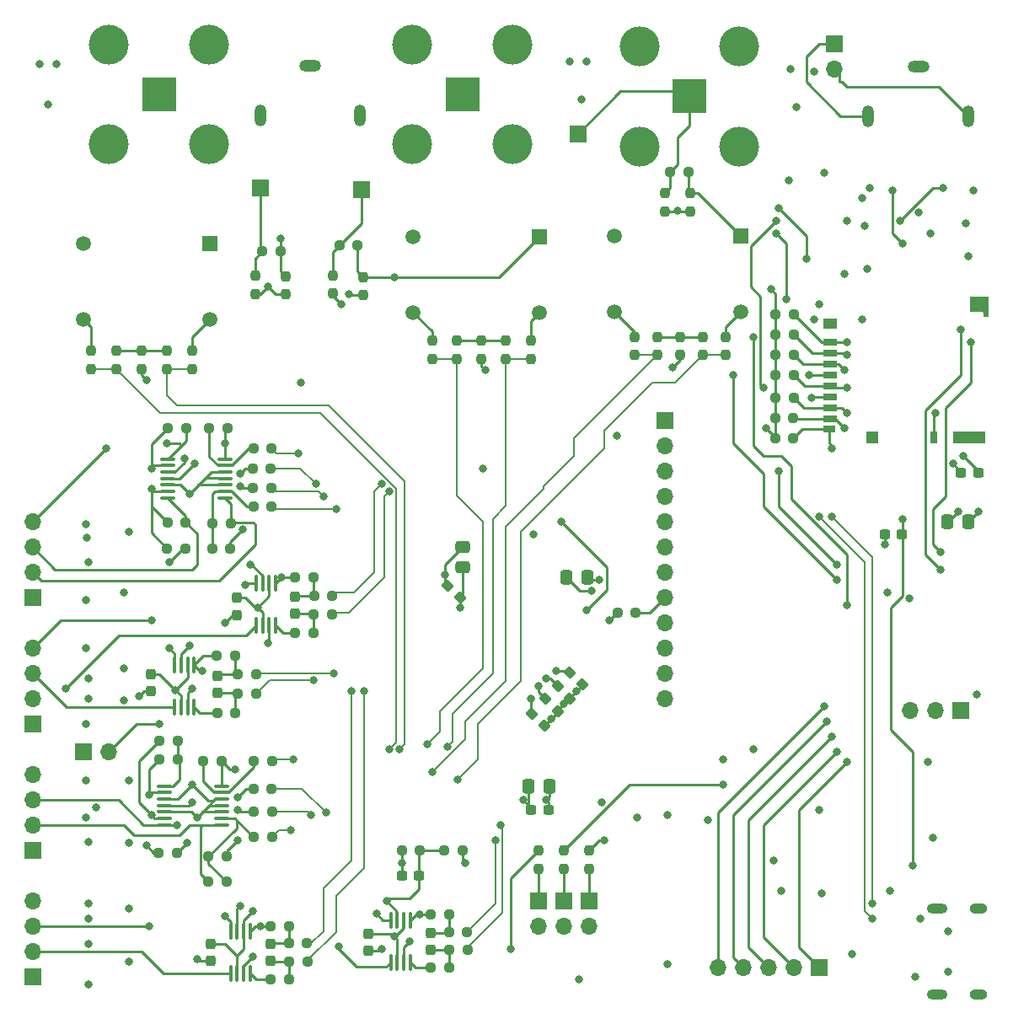
<source format=gbr>
%TF.GenerationSoftware,KiCad,Pcbnew,7.0.7*%
%TF.CreationDate,2023-10-22T01:08:48-07:00*%
%TF.ProjectId,fpaa_esp32_badge,66706161-5f65-4737-9033-325f62616467,rev?*%
%TF.SameCoordinates,Original*%
%TF.FileFunction,Copper,L4,Bot*%
%TF.FilePolarity,Positive*%
%FSLAX46Y46*%
G04 Gerber Fmt 4.6, Leading zero omitted, Abs format (unit mm)*
G04 Created by KiCad (PCBNEW 7.0.7) date 2023-10-22 01:08:48*
%MOMM*%
%LPD*%
G01*
G04 APERTURE LIST*
G04 Aperture macros list*
%AMRoundRect*
0 Rectangle with rounded corners*
0 $1 Rounding radius*
0 $2 $3 $4 $5 $6 $7 $8 $9 X,Y pos of 4 corners*
0 Add a 4 corners polygon primitive as box body*
4,1,4,$2,$3,$4,$5,$6,$7,$8,$9,$2,$3,0*
0 Add four circle primitives for the rounded corners*
1,1,$1+$1,$2,$3*
1,1,$1+$1,$4,$5*
1,1,$1+$1,$6,$7*
1,1,$1+$1,$8,$9*
0 Add four rect primitives between the rounded corners*
20,1,$1+$1,$2,$3,$4,$5,0*
20,1,$1+$1,$4,$5,$6,$7,0*
20,1,$1+$1,$6,$7,$8,$9,0*
20,1,$1+$1,$8,$9,$2,$3,0*%
%AMRotRect*
0 Rectangle, with rotation*
0 The origin of the aperture is its center*
0 $1 length*
0 $2 width*
0 $3 Rotation angle, in degrees counterclockwise*
0 Add horizontal line*
21,1,$1,$2,0,0,$3*%
G04 Aperture macros list end*
%TA.AperFunction,ComponentPad*%
%ADD10R,3.500000X3.500000*%
%TD*%
%TA.AperFunction,ComponentPad*%
%ADD11C,4.000000*%
%TD*%
%TA.AperFunction,ComponentPad*%
%ADD12O,2.100000X1.000000*%
%TD*%
%TA.AperFunction,ComponentPad*%
%ADD13O,1.800000X1.000000*%
%TD*%
%TA.AperFunction,ComponentPad*%
%ADD14R,1.700000X1.700000*%
%TD*%
%TA.AperFunction,ComponentPad*%
%ADD15O,1.700000X1.700000*%
%TD*%
%TA.AperFunction,ComponentPad*%
%ADD16R,1.520000X1.520000*%
%TD*%
%TA.AperFunction,ComponentPad*%
%ADD17C,1.520000*%
%TD*%
%TA.AperFunction,ComponentPad*%
%ADD18O,1.200000X2.200000*%
%TD*%
%TA.AperFunction,ComponentPad*%
%ADD19O,2.200000X1.200000*%
%TD*%
%TA.AperFunction,SMDPad,CuDef*%
%ADD20RoundRect,0.237500X-0.380070X0.044194X0.044194X-0.380070X0.380070X-0.044194X-0.044194X0.380070X0*%
%TD*%
%TA.AperFunction,SMDPad,CuDef*%
%ADD21RoundRect,0.237500X-0.250000X-0.237500X0.250000X-0.237500X0.250000X0.237500X-0.250000X0.237500X0*%
%TD*%
%TA.AperFunction,SMDPad,CuDef*%
%ADD22RoundRect,0.237500X0.250000X0.237500X-0.250000X0.237500X-0.250000X-0.237500X0.250000X-0.237500X0*%
%TD*%
%TA.AperFunction,SMDPad,CuDef*%
%ADD23RoundRect,0.237500X0.237500X-0.250000X0.237500X0.250000X-0.237500X0.250000X-0.237500X-0.250000X0*%
%TD*%
%TA.AperFunction,SMDPad,CuDef*%
%ADD24RoundRect,0.237500X-0.300000X-0.237500X0.300000X-0.237500X0.300000X0.237500X-0.300000X0.237500X0*%
%TD*%
%TA.AperFunction,SMDPad,CuDef*%
%ADD25RoundRect,0.237500X-0.237500X0.250000X-0.237500X-0.250000X0.237500X-0.250000X0.237500X0.250000X0*%
%TD*%
%TA.AperFunction,SMDPad,CuDef*%
%ADD26RoundRect,0.100000X-0.100000X0.712500X-0.100000X-0.712500X0.100000X-0.712500X0.100000X0.712500X0*%
%TD*%
%TA.AperFunction,SMDPad,CuDef*%
%ADD27RoundRect,0.237500X-0.237500X0.300000X-0.237500X-0.300000X0.237500X-0.300000X0.237500X0.300000X0*%
%TD*%
%TA.AperFunction,SMDPad,CuDef*%
%ADD28RoundRect,0.250000X0.475000X-0.337500X0.475000X0.337500X-0.475000X0.337500X-0.475000X-0.337500X0*%
%TD*%
%TA.AperFunction,SMDPad,CuDef*%
%ADD29RoundRect,0.250000X0.337500X0.475000X-0.337500X0.475000X-0.337500X-0.475000X0.337500X-0.475000X0*%
%TD*%
%TA.AperFunction,SMDPad,CuDef*%
%ADD30RoundRect,0.100000X-0.637500X-0.100000X0.637500X-0.100000X0.637500X0.100000X-0.637500X0.100000X0*%
%TD*%
%TA.AperFunction,SMDPad,CuDef*%
%ADD31RoundRect,0.250000X-0.337500X-0.475000X0.337500X-0.475000X0.337500X0.475000X-0.337500X0.475000X0*%
%TD*%
%TA.AperFunction,SMDPad,CuDef*%
%ADD32RoundRect,0.237500X0.380070X-0.044194X-0.044194X0.380070X-0.380070X0.044194X0.044194X-0.380070X0*%
%TD*%
%TA.AperFunction,SMDPad,CuDef*%
%ADD33RoundRect,0.237500X0.300000X0.237500X-0.300000X0.237500X-0.300000X-0.237500X0.300000X-0.237500X0*%
%TD*%
%TA.AperFunction,SMDPad,CuDef*%
%ADD34R,1.400000X0.700000*%
%TD*%
%TA.AperFunction,SMDPad,CuDef*%
%ADD35R,1.200000X0.700000*%
%TD*%
%TA.AperFunction,SMDPad,CuDef*%
%ADD36R,0.800000X1.200000*%
%TD*%
%TA.AperFunction,SMDPad,CuDef*%
%ADD37R,1.900000X1.500000*%
%TD*%
%TA.AperFunction,SMDPad,CuDef*%
%ADD38RotRect,0.200000X0.200000X225.000000*%
%TD*%
%TA.AperFunction,SMDPad,CuDef*%
%ADD39R,0.500000X0.500000*%
%TD*%
%TA.AperFunction,SMDPad,CuDef*%
%ADD40R,1.400000X1.000000*%
%TD*%
%TA.AperFunction,SMDPad,CuDef*%
%ADD41R,3.200000X1.200000*%
%TD*%
%TA.AperFunction,SMDPad,CuDef*%
%ADD42R,1.200000X1.200000*%
%TD*%
%TA.AperFunction,ViaPad*%
%ADD43C,0.800000*%
%TD*%
%TA.AperFunction,Conductor*%
%ADD44C,0.250000*%
%TD*%
%TA.AperFunction,Conductor*%
%ADD45C,0.200000*%
%TD*%
G04 APERTURE END LIST*
D10*
%TO.P,J8,1,In*%
%TO.N,Net-(J18-Pin_1)*%
X119380000Y-43434000D03*
D11*
%TO.P,J8,2,Ext*%
%TO.N,GND*%
X114355000Y-38409000D03*
X114355000Y-48459000D03*
X124405000Y-38409000D03*
X124405000Y-48459000D03*
%TD*%
D12*
%TO.P,J5,S1,SHIELD*%
%TO.N,GND*%
X167075000Y-133860000D03*
D13*
X171255000Y-133860000D03*
D12*
X167075000Y-125220000D03*
D13*
X171255000Y-125220000D03*
%TD*%
D14*
%TO.P,J21,1,Pin_1*%
%TO.N,Net-(J21-Pin_1)*%
X81280000Y-109474000D03*
D15*
%TO.P,J21,2,Pin_2*%
%TO.N,VDDA*%
X83820000Y-109474000D03*
%TD*%
D16*
%TO.P,T10,1,AA*%
%TO.N,Net-(T10-AA)*%
X127135341Y-57694783D03*
D17*
%TO.P,T10,3,SA*%
%TO.N,Net-(T10-SA)*%
X127135341Y-65314783D03*
%TO.P,T10,4,SB*%
%TO.N,Net-(T10-SB)*%
X114435341Y-65314783D03*
%TO.P,T10,6*%
%TO.N,N/C*%
X114435341Y-57694783D03*
%TD*%
D16*
%TO.P,T9,1,AA*%
%TO.N,Net-(T9-AA)*%
X93980000Y-58420000D03*
D17*
%TO.P,T9,3,SA*%
%TO.N,Net-(T9-SA)*%
X93980000Y-66040000D03*
%TO.P,T9,4,SB*%
%TO.N,Net-(T9-SB)*%
X81280000Y-66040000D03*
%TO.P,T9,6*%
%TO.N,N/C*%
X81280000Y-58420000D03*
%TD*%
D14*
%TO.P,J11,1,Pin_1*%
%TO.N,/esp32/SAO_SDA*%
X155242752Y-131157065D03*
D15*
%TO.P,J11,2,Pin_2*%
%TO.N,/esp32/SAO_SCK*%
X152702752Y-131157065D03*
%TO.P,J11,3,Pin_3*%
%TO.N,/esp32/SAO_GP0*%
X150162752Y-131157065D03*
%TO.P,J11,4,Pin_4*%
%TO.N,/esp32/SAO_GP1*%
X147622752Y-131157065D03*
%TO.P,J11,5,Pin_5*%
%TO.N,/esp32/SAO_GP2*%
X145082752Y-131157065D03*
%TD*%
D14*
%TO.P,J14,1,Pin_1*%
%TO.N,Net-(J14-Pin_1)*%
X132080000Y-124460000D03*
D15*
%TO.P,J14,2,Pin_2*%
%TO.N,Net-(D15-A)*%
X132080000Y-127000000D03*
%TD*%
D18*
%TO.P,J10,R*%
%TO.N,Net-(J18-Pin_1)*%
X109046682Y-45518434D03*
D19*
%TO.P,J10,S*%
%TO.N,GND*%
X104046682Y-40518434D03*
D18*
%TO.P,J10,T*%
%TO.N,Net-(J17-Pin_1)*%
X99046682Y-45518434D03*
%TD*%
D14*
%TO.P,J4,1,Pin_1*%
%TO.N,GND*%
X76200000Y-132080000D03*
D15*
%TO.P,J4,2,Pin_2*%
%TO.N,/Baluns/I3U*%
X76200000Y-129540000D03*
%TO.P,J4,3,Pin_3*%
%TO.N,/Baluns/I4U*%
X76200000Y-127000000D03*
%TO.P,J4,4,Pin_4*%
%TO.N,Net-(J21-Pin_1)*%
X76200000Y-124460000D03*
%TD*%
D14*
%TO.P,J13,1,Pin_1*%
%TO.N,Net-(J13-Pin_1)*%
X129540000Y-124460000D03*
D15*
%TO.P,J13,2,Pin_2*%
%TO.N,Net-(D14-A)*%
X129540000Y-127000000D03*
%TD*%
D14*
%TO.P,J16,1,Pin_1*%
%TO.N,/esp32/FPAA_RESETb*%
X139700000Y-76200000D03*
D15*
%TO.P,J16,2,Pin_2*%
%TO.N,/esp32/FPAA_SO*%
X139700000Y-78740000D03*
%TO.P,J16,3,Pin_3*%
%TO.N,/esp32/FPAA_MEMCLK*%
X139700000Y-81280000D03*
%TO.P,J16,4,Pin_4*%
%TO.N,/esp32/FPAA_ACTIVATE*%
X139700000Y-83820000D03*
%TO.P,J16,5,Pin_5*%
%TO.N,/esp32/FPAA_ERRb*%
X139700000Y-86360000D03*
%TO.P,J16,6,Pin_6*%
%TO.N,/esp32/FPAA_LCCb*%
X139700000Y-88900000D03*
%TO.P,J16,7,Pin_7*%
%TO.N,/esp32/FPAA_SI*%
X139700000Y-91440000D03*
%TO.P,J16,8,Pin_8*%
%TO.N,Net-(J16-Pin_8)*%
X139700000Y-93980000D03*
%TO.P,J16,9,Pin_9*%
%TO.N,/esp32/FPAA_SCLK*%
X139700000Y-96520000D03*
%TO.P,J16,10,Pin_10*%
%TO.N,/esp32/FPAA_CS1b*%
X139700000Y-99060000D03*
%TO.P,J16,11,Pin_11*%
%TO.N,/esp32/FPAA_CS2b*%
X139700000Y-101600000D03*
%TO.P,J16,12,Pin_12*%
%TO.N,/esp32/FPAA_CFGFLG*%
X139700000Y-104140000D03*
%TD*%
D10*
%TO.P,J9,1,In*%
%TO.N,Net-(J19-Pin_1)*%
X142185000Y-43633000D03*
D11*
%TO.P,J9,2,Ext*%
%TO.N,GND*%
X137160000Y-38608000D03*
X137160000Y-48658000D03*
X147210000Y-38608000D03*
X147210000Y-48658000D03*
%TD*%
D16*
%TO.P,T11,1,AA*%
%TO.N,Net-(T11-AA)*%
X147320000Y-57628854D03*
D17*
%TO.P,T11,3,SA*%
%TO.N,Net-(T11-SA)*%
X147320000Y-65248854D03*
%TO.P,T11,4,SB*%
%TO.N,Net-(T11-SB)*%
X134620000Y-65248854D03*
%TO.P,T11,6*%
%TO.N,N/C*%
X134620000Y-57628854D03*
%TD*%
D14*
%TO.P,J18,1,Pin_1*%
%TO.N,Net-(J18-Pin_1)*%
X109220000Y-52990335D03*
%TD*%
%TO.P,J12,1,Pin_1*%
%TO.N,Net-(J12-Pin_1)*%
X127000000Y-124460000D03*
D15*
%TO.P,J12,2,Pin_2*%
%TO.N,Net-(D13-A)*%
X127000000Y-127000000D03*
%TD*%
D14*
%TO.P,J22,1,Pin_1*%
%TO.N,GND*%
X169440163Y-105307212D03*
D15*
%TO.P,J22,2,Pin_2*%
%TO.N,/esp32/UART_TX*%
X166900163Y-105307212D03*
%TO.P,J22,3,Pin_3*%
%TO.N,/esp32/UART_RX*%
X164360163Y-105307212D03*
%TD*%
D14*
%TO.P,J23,1,Pin_1*%
%TO.N,Net-(J23-Pin_1)*%
X156718000Y-38354000D03*
D15*
%TO.P,J23,2,Pin_2*%
%TO.N,Net-(J23-Pin_2)*%
X156718000Y-40894000D03*
%TD*%
D14*
%TO.P,J19,1,Pin_1*%
%TO.N,Net-(J19-Pin_1)*%
X131013737Y-47386412D03*
%TD*%
%TO.P,J3,1,Pin_1*%
%TO.N,GND*%
X76200000Y-119380000D03*
D15*
%TO.P,J3,2,Pin_2*%
%TO.N,/Baluns/O3U*%
X76200000Y-116840000D03*
%TO.P,J3,3,Pin_3*%
%TO.N,/Baluns/O4U*%
X76200000Y-114300000D03*
%TO.P,J3,4,Pin_4*%
%TO.N,Net-(J21-Pin_1)*%
X76200000Y-111760000D03*
%TD*%
D10*
%TO.P,J7,1,In*%
%TO.N,Net-(J17-Pin_1)*%
X88900000Y-43434000D03*
D11*
%TO.P,J7,2,Ext*%
%TO.N,GND*%
X83875000Y-38409000D03*
X83875000Y-48459000D03*
X93925000Y-38409000D03*
X93925000Y-48459000D03*
%TD*%
D14*
%TO.P,J2,1,Pin_1*%
%TO.N,GND*%
X76200000Y-106680000D03*
D15*
%TO.P,J2,2,Pin_2*%
%TO.N,/Baluns/I1U*%
X76200000Y-104140000D03*
%TO.P,J2,3,Pin_3*%
%TO.N,/Baluns/I2U*%
X76200000Y-101600000D03*
%TO.P,J2,4,Pin_4*%
%TO.N,VDDA*%
X76200000Y-99060000D03*
%TD*%
D14*
%TO.P,J17,1,Pin_1*%
%TO.N,Net-(J17-Pin_1)*%
X99060000Y-52851112D03*
%TD*%
%TO.P,J1,1,Pin_1*%
%TO.N,GND*%
X76200000Y-93980000D03*
D15*
%TO.P,J1,2,Pin_2*%
%TO.N,/Baluns/O1U*%
X76200000Y-91440000D03*
%TO.P,J1,3,Pin_3*%
%TO.N,/Baluns/O2U*%
X76200000Y-88900000D03*
%TO.P,J1,4,Pin_4*%
%TO.N,VDDA*%
X76200000Y-86360000D03*
%TD*%
D18*
%TO.P,J20,R*%
%TO.N,Net-(J23-Pin_2)*%
X170172544Y-45600000D03*
D19*
%TO.P,J20,S*%
%TO.N,GND*%
X165172544Y-40600000D03*
D18*
%TO.P,J20,T*%
%TO.N,Net-(J23-Pin_1)*%
X160172544Y-45600000D03*
%TD*%
D20*
%TO.P,C1,1*%
%TO.N,Net-(U1-VREFN)*%
X130200120Y-101498120D03*
%TO.P,C1,2*%
%TO.N,GND*%
X131419880Y-102717880D03*
%TD*%
D21*
%TO.P,R63,1*%
%TO.N,Net-(U6D--)*%
X94241107Y-89075593D03*
%TO.P,R63,2*%
%TO.N,Net-(R63-Pad2)*%
X96066107Y-89075593D03*
%TD*%
D22*
%TO.P,R86,1*%
%TO.N,/esp32/SD_DAT2*%
X152654000Y-65532000D03*
%TO.P,R86,2*%
%TO.N,+3.3V*%
X150829000Y-65532000D03*
%TD*%
D21*
%TO.P,R66,1*%
%TO.N,Net-(U7--IN1)*%
X116205841Y-125790750D03*
%TO.P,R66,2*%
%TO.N,Net-(C36-Pad1)*%
X118030841Y-125790750D03*
%TD*%
%TO.P,R16,1*%
%TO.N,Net-(C39-Pad1)*%
X104485837Y-93795488D03*
%TO.P,R16,2*%
%TO.N,/Baluns/I1P*%
X106310837Y-93795488D03*
%TD*%
D23*
%TO.P,R60,1*%
%TO.N,GND*%
X139700000Y-55165000D03*
%TO.P,R60,2*%
%TO.N,Net-(J19-Pin_1)*%
X139700000Y-53340000D03*
%TD*%
D24*
%TO.P,C9,1*%
%TO.N,+3.3V*%
X169457064Y-81426761D03*
%TO.P,C9,2*%
%TO.N,GND*%
X171182064Y-81426761D03*
%TD*%
D22*
%TO.P,R88,1*%
%TO.N,/esp32/SD_CMD*%
X152654000Y-69596000D03*
%TO.P,R88,2*%
%TO.N,+3.3V*%
X150829000Y-69596000D03*
%TD*%
D25*
%TO.P,R49,1*%
%TO.N,Net-(T11-SB)*%
X136652000Y-67771000D03*
%TO.P,R49,2*%
%TO.N,/Jacks/IO7P*%
X136652000Y-69596000D03*
%TD*%
%TO.P,R53,1*%
%TO.N,Net-(R51-Pad2)*%
X141224000Y-67771000D03*
%TO.P,R53,2*%
%TO.N,GND*%
X141224000Y-69596000D03*
%TD*%
D22*
%TO.P,R37,1*%
%TO.N,/Baluns/O1N*%
X100201359Y-78988856D03*
%TO.P,R37,2*%
%TO.N,Net-(U6C--)*%
X98376359Y-78988856D03*
%TD*%
D21*
%TO.P,R94,1*%
%TO.N,Net-(U5A--)*%
X88840337Y-119587485D03*
%TO.P,R94,2*%
%TO.N,/Baluns/O4U*%
X90665337Y-119587485D03*
%TD*%
%TO.P,R15,1*%
%TO.N,Net-(U10-OUT2)*%
X102567343Y-97555594D03*
%TO.P,R15,2*%
%TO.N,Net-(C39-Pad2)*%
X104392343Y-97555594D03*
%TD*%
D22*
%TO.P,R99,1*%
%TO.N,/Baluns/O3N*%
X100237052Y-110428892D03*
%TO.P,R99,2*%
%TO.N,Net-(U5C--)*%
X98412052Y-110428892D03*
%TD*%
%TO.P,R87,1*%
%TO.N,/esp32/SD_DAT3*%
X152667291Y-67590119D03*
%TO.P,R87,2*%
%TO.N,+3.3V*%
X150842291Y-67590119D03*
%TD*%
%TO.P,R18,1*%
%TO.N,Net-(U10-+IN2)*%
X115115000Y-119380000D03*
%TO.P,R18,2*%
%TO.N,GND*%
X113290000Y-119380000D03*
%TD*%
D21*
%TO.P,R14,1*%
%TO.N,Net-(U10--IN1)*%
X102569000Y-91948000D03*
%TO.P,R14,2*%
%TO.N,Net-(C39-Pad1)*%
X104394000Y-91948000D03*
%TD*%
%TO.P,R72,1*%
%TO.N,Net-(U6D--)*%
X94259951Y-86493938D03*
%TO.P,R72,2*%
%TO.N,/Baluns/O1U*%
X96084951Y-86493938D03*
%TD*%
%TO.P,R73,1*%
%TO.N,Net-(U6C--)*%
X93946500Y-76932000D03*
%TO.P,R73,2*%
%TO.N,Net-(R63-Pad2)*%
X95771500Y-76932000D03*
%TD*%
D22*
%TO.P,R98,1*%
%TO.N,/Baluns/O3P*%
X100237052Y-118048892D03*
%TO.P,R98,2*%
%TO.N,Net-(U5D--)*%
X98412052Y-118048892D03*
%TD*%
D26*
%TO.P,U7,1,-IN1*%
%TO.N,Net-(U7--IN1)*%
X112181117Y-126391265D03*
%TO.P,U7,2,+IN2*%
%TO.N,Net-(U10-+IN2)*%
X112831117Y-126391265D03*
%TO.P,U7,3,V+*%
%TO.N,VDDA*%
X113481117Y-126391265D03*
%TO.P,U7,4,OUT1*%
%TO.N,Net-(U7--IN1)*%
X114131117Y-126391265D03*
%TO.P,U7,5,OUT2*%
%TO.N,Net-(U7-OUT2)*%
X114131117Y-130616265D03*
%TO.P,U7,6,V-*%
%TO.N,GND*%
X113481117Y-130616265D03*
%TO.P,U7,7,~SHDN*%
%TO.N,VDDA*%
X112831117Y-130616265D03*
%TO.P,U7,8,+IN1*%
%TO.N,/Baluns/I4U*%
X112181117Y-130616265D03*
%TD*%
D27*
%TO.P,C36,1*%
%TO.N,Net-(C36-Pad1)*%
X116199195Y-127637311D03*
%TO.P,C36,2*%
%TO.N,Net-(C36-Pad2)*%
X116199195Y-129362311D03*
%TD*%
D25*
%TO.P,R21,1*%
%TO.N,VDDA*%
X132080000Y-119380000D03*
%TO.P,R21,2*%
%TO.N,Net-(J14-Pin_1)*%
X132080000Y-121205000D03*
%TD*%
D28*
%TO.P,C5,1*%
%TO.N,VDDA*%
X119380000Y-90953500D03*
%TO.P,C5,2*%
%TO.N,GND*%
X119380000Y-88878500D03*
%TD*%
D23*
%TO.P,R62,1*%
%TO.N,GND*%
X142240000Y-55165000D03*
%TO.P,R62,2*%
%TO.N,Net-(T11-AA)*%
X142240000Y-53340000D03*
%TD*%
D21*
%TO.P,R64,1*%
%TO.N,Net-(U6A--)*%
X89759076Y-86437406D03*
%TO.P,R64,2*%
%TO.N,/Baluns/O2U*%
X91584076Y-86437406D03*
%TD*%
D25*
%TO.P,R20,1*%
%TO.N,+3.3V*%
X129540000Y-119380000D03*
%TO.P,R20,2*%
%TO.N,Net-(J13-Pin_1)*%
X129540000Y-121205000D03*
%TD*%
D27*
%TO.P,C42,1*%
%TO.N,VDDA*%
X109948329Y-127732964D03*
%TO.P,C42,2*%
%TO.N,GND*%
X109948329Y-129457964D03*
%TD*%
D23*
%TO.P,R41,1*%
%TO.N,/Jacks/IO5P*%
X84582000Y-71016500D03*
%TO.P,R41,2*%
%TO.N,Net-(R41-Pad2)*%
X84582000Y-69191500D03*
%TD*%
D21*
%TO.P,R55,1*%
%TO.N,Net-(J17-Pin_1)*%
X99288089Y-59194273D03*
%TO.P,R55,2*%
%TO.N,Net-(T9-AA)*%
X101113089Y-59194273D03*
%TD*%
D22*
%TO.P,R92,1*%
%TO.N,/esp32/SD_DET*%
X152619608Y-77946149D03*
%TO.P,R92,2*%
%TO.N,+3.3V*%
X150794608Y-77946149D03*
%TD*%
D23*
%TO.P,R42,1*%
%TO.N,/Jacks/IO5N*%
X89662000Y-71016500D03*
%TO.P,R42,2*%
%TO.N,Net-(R41-Pad2)*%
X89662000Y-69191500D03*
%TD*%
D29*
%TO.P,C33,1*%
%TO.N,VDDA*%
X128114766Y-112959687D03*
%TO.P,C33,2*%
%TO.N,GND*%
X126039766Y-112959687D03*
%TD*%
D23*
%TO.P,R52,1*%
%TO.N,/Jacks/IO7N*%
X143510000Y-69596000D03*
%TO.P,R52,2*%
%TO.N,Net-(R51-Pad2)*%
X143510000Y-67771000D03*
%TD*%
D21*
%TO.P,R93,1*%
%TO.N,Net-(U5A--)*%
X88928622Y-108325343D03*
%TO.P,R93,2*%
%TO.N,Net-(R93-Pad2)*%
X90753622Y-108325343D03*
%TD*%
D22*
%TO.P,R36,1*%
%TO.N,/Baluns/O1P*%
X100201359Y-84858161D03*
%TO.P,R36,2*%
%TO.N,Net-(U6D--)*%
X98376359Y-84858161D03*
%TD*%
D27*
%TO.P,C41,1*%
%TO.N,VDDA*%
X94119523Y-128745196D03*
%TO.P,C41,2*%
%TO.N,GND*%
X94119523Y-130470196D03*
%TD*%
D25*
%TO.P,R44,1*%
%TO.N,Net-(T10-SB)*%
X116332000Y-68175500D03*
%TO.P,R44,2*%
%TO.N,/Jacks/IO6P*%
X116332000Y-70000500D03*
%TD*%
D21*
%TO.P,R6,1*%
%TO.N,Net-(U8--IN1)*%
X100137227Y-126945920D03*
%TO.P,R6,2*%
%TO.N,Net-(C35-Pad1)*%
X101962227Y-126945920D03*
%TD*%
D23*
%TO.P,R59,1*%
%TO.N,GND*%
X109397191Y-63590823D03*
%TO.P,R59,2*%
%TO.N,Net-(T10-AA)*%
X109397191Y-61765823D03*
%TD*%
D21*
%TO.P,R11,1*%
%TO.N,Net-(U9-OUT2)*%
X94746892Y-105551607D03*
%TO.P,R11,2*%
%TO.N,Net-(C38-Pad2)*%
X96571892Y-105551607D03*
%TD*%
D27*
%TO.P,C38,1*%
%TO.N,Net-(C38-Pad1)*%
X94729596Y-101815303D03*
%TO.P,C38,2*%
%TO.N,Net-(C38-Pad2)*%
X94729596Y-103540303D03*
%TD*%
D30*
%TO.P,U6,1*%
%TO.N,/Baluns/O2U*%
X89779000Y-83962000D03*
%TO.P,U6,2,-*%
%TO.N,Net-(U6A--)*%
X89779000Y-83312000D03*
%TO.P,U6,3,+*%
%TO.N,GND*%
X89779000Y-82662000D03*
%TO.P,U6,4,V+*%
%TO.N,VDDA*%
X89779000Y-82012000D03*
%TO.P,U6,5,+*%
%TO.N,GND*%
X89779000Y-81362000D03*
%TO.P,U6,6,-*%
%TO.N,Net-(U6B--)*%
X89779000Y-80712000D03*
%TO.P,U6,7*%
%TO.N,Net-(R38-Pad2)*%
X89779000Y-80062000D03*
%TO.P,U6,8*%
%TO.N,Net-(R63-Pad2)*%
X95504000Y-80062000D03*
%TO.P,U6,9,-*%
%TO.N,Net-(U6C--)*%
X95504000Y-80712000D03*
%TO.P,U6,10,+*%
%TO.N,GND*%
X95504000Y-81362000D03*
%TO.P,U6,11,V-*%
X95504000Y-82012000D03*
%TO.P,U6,12,+*%
X95504000Y-82662000D03*
%TO.P,U6,13,-*%
%TO.N,Net-(U6D--)*%
X95504000Y-83312000D03*
%TO.P,U6,14*%
%TO.N,/Baluns/O1U*%
X95504000Y-83962000D03*
%TD*%
D23*
%TO.P,R57,1*%
%TO.N,GND*%
X106339890Y-63429805D03*
%TO.P,R57,2*%
%TO.N,Net-(J18-Pin_1)*%
X106339890Y-61604805D03*
%TD*%
D24*
%TO.P,C8,1*%
%TO.N,GND*%
X161798000Y-87630000D03*
%TO.P,C8,2*%
%TO.N,/esp32/RESET_N*%
X163523000Y-87630000D03*
%TD*%
D21*
%TO.P,R61,1*%
%TO.N,Net-(J19-Pin_1)*%
X140237933Y-51223259D03*
%TO.P,R61,2*%
%TO.N,Net-(T11-AA)*%
X142062933Y-51223259D03*
%TD*%
D26*
%TO.P,U9,1,-IN1*%
%TO.N,Net-(U9--IN1)*%
X90465000Y-100757500D03*
%TO.P,U9,2,+IN2*%
%TO.N,Net-(U10-+IN2)*%
X91115000Y-100757500D03*
%TO.P,U9,3,V+*%
%TO.N,VDDA*%
X91765000Y-100757500D03*
%TO.P,U9,4,OUT1*%
%TO.N,Net-(U9--IN1)*%
X92415000Y-100757500D03*
%TO.P,U9,5,OUT2*%
%TO.N,Net-(U9-OUT2)*%
X92415000Y-104982500D03*
%TO.P,U9,6,V-*%
%TO.N,GND*%
X91765000Y-104982500D03*
%TO.P,U9,7,~SHDN*%
%TO.N,VDDA*%
X91115000Y-104982500D03*
%TO.P,U9,8,+IN1*%
%TO.N,/Baluns/I2U*%
X90465000Y-104982500D03*
%TD*%
D20*
%TO.P,C3,1*%
%TO.N,Net-(U1-VREFP)*%
X127735026Y-104165185D03*
%TO.P,C3,2*%
%TO.N,GND*%
X128954786Y-105384945D03*
%TD*%
D31*
%TO.P,C10,1*%
%TO.N,+3.3V*%
X168105000Y-86360000D03*
%TO.P,C10,2*%
%TO.N,GND*%
X170180000Y-86360000D03*
%TD*%
D25*
%TO.P,R45,1*%
%TO.N,Net-(T10-SA)*%
X126238000Y-68175500D03*
%TO.P,R45,2*%
%TO.N,/Jacks/IO6N*%
X126238000Y-70000500D03*
%TD*%
D21*
%TO.P,R65,1*%
%TO.N,Net-(U6B--)*%
X89779000Y-76932000D03*
%TO.P,R65,2*%
%TO.N,Net-(R38-Pad2)*%
X91604000Y-76932000D03*
%TD*%
%TO.P,R9,1*%
%TO.N,Net-(C35-Pad2)*%
X101986520Y-130525535D03*
%TO.P,R9,2*%
%TO.N,/Baluns/I3N*%
X103811520Y-130525535D03*
%TD*%
D23*
%TO.P,R46,1*%
%TO.N,/Jacks/IO6P*%
X118808500Y-70000500D03*
%TO.P,R46,2*%
%TO.N,Net-(R46-Pad2)*%
X118808500Y-68175500D03*
%TD*%
%TO.P,R56,1*%
%TO.N,GND*%
X101599998Y-63500000D03*
%TO.P,R56,2*%
%TO.N,Net-(T9-AA)*%
X101599998Y-61675000D03*
%TD*%
D25*
%TO.P,R50,1*%
%TO.N,Net-(T11-SA)*%
X145796000Y-67771000D03*
%TO.P,R50,2*%
%TO.N,/Jacks/IO7N*%
X145796000Y-69596000D03*
%TD*%
D31*
%TO.P,C7,1*%
%TO.N,+3.3V*%
X129832450Y-91931541D03*
%TO.P,C7,2*%
%TO.N,GND*%
X131907450Y-91931541D03*
%TD*%
D22*
%TO.P,R89,1*%
%TO.N,/esp32/SD_CLK*%
X152654000Y-71628000D03*
%TO.P,R89,2*%
%TO.N,+3.3V*%
X150829000Y-71628000D03*
%TD*%
D21*
%TO.P,R38,1*%
%TO.N,Net-(U6A--)*%
X89721388Y-89019060D03*
%TO.P,R38,2*%
%TO.N,Net-(R38-Pad2)*%
X91546388Y-89019060D03*
%TD*%
%TO.P,R100,1*%
%TO.N,Net-(U5D--)*%
X93870834Y-119994759D03*
%TO.P,R100,2*%
%TO.N,Net-(R100-Pad2)*%
X95695834Y-119994759D03*
%TD*%
D25*
%TO.P,R39,1*%
%TO.N,Net-(T9-SB)*%
X82042000Y-69191500D03*
%TO.P,R39,2*%
%TO.N,/Jacks/IO5P*%
X82042000Y-71016500D03*
%TD*%
D21*
%TO.P,R12,1*%
%TO.N,Net-(C38-Pad1)*%
X96804182Y-101696424D03*
%TO.P,R12,2*%
%TO.N,/Baluns/I2P*%
X98629182Y-101696424D03*
%TD*%
D22*
%TO.P,R97,1*%
%TO.N,/Baluns/O4N*%
X100197056Y-113182167D03*
%TO.P,R97,2*%
%TO.N,Net-(U5B--)*%
X98372056Y-113182167D03*
%TD*%
D21*
%TO.P,R10,1*%
%TO.N,Net-(U9--IN1)*%
X94697964Y-99838748D03*
%TO.P,R10,2*%
%TO.N,Net-(C38-Pad1)*%
X96522964Y-99838748D03*
%TD*%
D22*
%TO.P,R35,1*%
%TO.N,/Baluns/O2N*%
X100142925Y-81003692D03*
%TO.P,R35,2*%
%TO.N,Net-(U6B--)*%
X98317925Y-81003692D03*
%TD*%
D21*
%TO.P,R13,1*%
%TO.N,Net-(C38-Pad2)*%
X96841059Y-103614059D03*
%TO.P,R13,2*%
%TO.N,/Baluns/I2N*%
X98666059Y-103614059D03*
%TD*%
D22*
%TO.P,R91,1*%
%TO.N,/esp32/SD_DAT1*%
X152619608Y-75946000D03*
%TO.P,R91,2*%
%TO.N,+3.3V*%
X150794608Y-75946000D03*
%TD*%
%TO.P,R34,1*%
%TO.N,/Baluns/O2P*%
X100157558Y-82974727D03*
%TO.P,R34,2*%
%TO.N,Net-(U6A--)*%
X98332558Y-82974727D03*
%TD*%
D20*
%TO.P,C29,1*%
%TO.N,VDDA*%
X126370687Y-105630560D03*
%TO.P,C29,2*%
%TO.N,GND*%
X127590447Y-106850320D03*
%TD*%
D22*
%TO.P,R17,1*%
%TO.N,VDDA*%
X119380000Y-119410000D03*
%TO.P,R17,2*%
%TO.N,Net-(U10-+IN2)*%
X117555000Y-119410000D03*
%TD*%
D21*
%TO.P,R19,1*%
%TO.N,Net-(C39-Pad2)*%
X104436362Y-95659049D03*
%TO.P,R19,2*%
%TO.N,/Baluns/I1N*%
X106261362Y-95659049D03*
%TD*%
D22*
%TO.P,R96,1*%
%TO.N,/Baluns/O4P*%
X100237052Y-115508892D03*
%TO.P,R96,2*%
%TO.N,Net-(U5A--)*%
X98412052Y-115508892D03*
%TD*%
%TO.P,R90,1*%
%TO.N,/esp32/SD_DAT0*%
X152654000Y-73914000D03*
%TO.P,R90,2*%
%TO.N,+3.3V*%
X150829000Y-73914000D03*
%TD*%
%TO.P,R81,1*%
%TO.N,Net-(J16-Pin_8)*%
X136802500Y-95504000D03*
%TO.P,R81,2*%
%TO.N,GND*%
X134977500Y-95504000D03*
%TD*%
D21*
%TO.P,R8,1*%
%TO.N,Net-(C35-Pad1)*%
X101956055Y-128697646D03*
%TO.P,R8,2*%
%TO.N,/Baluns/I3P*%
X103781055Y-128697646D03*
%TD*%
D32*
%TO.P,C4,1*%
%TO.N,VDDA*%
X119126000Y-93980000D03*
%TO.P,C4,2*%
%TO.N,GND*%
X117906240Y-92760240D03*
%TD*%
D25*
%TO.P,R43,1*%
%TO.N,Net-(R41-Pad2)*%
X87122000Y-69191500D03*
%TO.P,R43,2*%
%TO.N,GND*%
X87122000Y-71016500D03*
%TD*%
D23*
%TO.P,R47,1*%
%TO.N,/Jacks/IO6N*%
X123761500Y-70000500D03*
%TO.P,R47,2*%
%TO.N,Net-(R46-Pad2)*%
X123761500Y-68175500D03*
%TD*%
D33*
%TO.P,C37,1*%
%TO.N,Net-(U10-+IN2)*%
X115015000Y-121920000D03*
%TO.P,C37,2*%
%TO.N,GND*%
X113290000Y-121920000D03*
%TD*%
D27*
%TO.P,C35,1*%
%TO.N,Net-(C35-Pad1)*%
X100132674Y-128764783D03*
%TO.P,C35,2*%
%TO.N,Net-(C35-Pad2)*%
X100132674Y-130489783D03*
%TD*%
D30*
%TO.P,U5,1*%
%TO.N,/Baluns/O4U*%
X89432052Y-116808892D03*
%TO.P,U5,2,-*%
%TO.N,Net-(U5A--)*%
X89432052Y-116158892D03*
%TO.P,U5,3,+*%
%TO.N,GND*%
X89432052Y-115508892D03*
%TO.P,U5,4,V+*%
%TO.N,VDDA*%
X89432052Y-114858892D03*
%TO.P,U5,5,+*%
%TO.N,GND*%
X89432052Y-114208892D03*
%TO.P,U5,6,-*%
%TO.N,Net-(U5B--)*%
X89432052Y-113558892D03*
%TO.P,U5,7*%
%TO.N,Net-(R93-Pad2)*%
X89432052Y-112908892D03*
%TO.P,U5,8*%
%TO.N,Net-(R100-Pad2)*%
X95157052Y-112908892D03*
%TO.P,U5,9,-*%
%TO.N,Net-(U5C--)*%
X95157052Y-113558892D03*
%TO.P,U5,10,+*%
%TO.N,GND*%
X95157052Y-114208892D03*
%TO.P,U5,11,V-*%
X95157052Y-114858892D03*
%TO.P,U5,12,+*%
X95157052Y-115508892D03*
%TO.P,U5,13,-*%
%TO.N,Net-(U5D--)*%
X95157052Y-116158892D03*
%TO.P,U5,14*%
%TO.N,/Baluns/O3U*%
X95157052Y-116808892D03*
%TD*%
D32*
%TO.P,C2,1*%
%TO.N,GND*%
X130183190Y-104112670D03*
%TO.P,C2,2*%
%TO.N,Net-(U1-VMR)*%
X128963430Y-102892910D03*
%TD*%
D33*
%TO.P,C34,1*%
%TO.N,VDDA*%
X128012188Y-115335947D03*
%TO.P,C34,2*%
%TO.N,GND*%
X126287188Y-115335947D03*
%TD*%
D25*
%TO.P,R40,1*%
%TO.N,Net-(T9-SA)*%
X92202000Y-69191500D03*
%TO.P,R40,2*%
%TO.N,/Jacks/IO5N*%
X92202000Y-71016500D03*
%TD*%
D23*
%TO.P,R54,1*%
%TO.N,GND*%
X98566444Y-63469330D03*
%TO.P,R54,2*%
%TO.N,Net-(J17-Pin_1)*%
X98566444Y-61644330D03*
%TD*%
D21*
%TO.P,R7,1*%
%TO.N,Net-(U8-OUT2)*%
X100114379Y-132345807D03*
%TO.P,R7,2*%
%TO.N,Net-(C35-Pad2)*%
X101939379Y-132345807D03*
%TD*%
D27*
%TO.P,C39,1*%
%TO.N,Net-(C39-Pad1)*%
X102569000Y-93879500D03*
%TO.P,C39,2*%
%TO.N,Net-(C39-Pad2)*%
X102569000Y-95604500D03*
%TD*%
D23*
%TO.P,R51,1*%
%TO.N,/Jacks/IO7P*%
X138938000Y-69596000D03*
%TO.P,R51,2*%
%TO.N,Net-(R51-Pad2)*%
X138938000Y-67771000D03*
%TD*%
D21*
%TO.P,R58,1*%
%TO.N,Net-(J18-Pin_1)*%
X107027873Y-58588509D03*
%TO.P,R58,2*%
%TO.N,Net-(T10-AA)*%
X108852873Y-58588509D03*
%TD*%
D26*
%TO.P,U8,1,-IN1*%
%TO.N,Net-(U8--IN1)*%
X96094000Y-127508000D03*
%TO.P,U8,2,+IN2*%
%TO.N,Net-(U10-+IN2)*%
X96744000Y-127508000D03*
%TO.P,U8,3,V+*%
%TO.N,VDDA*%
X97394000Y-127508000D03*
%TO.P,U8,4,OUT1*%
%TO.N,Net-(U8--IN1)*%
X98044000Y-127508000D03*
%TO.P,U8,5,OUT2*%
%TO.N,Net-(U8-OUT2)*%
X98044000Y-131733000D03*
%TO.P,U8,6,V-*%
%TO.N,GND*%
X97394000Y-131733000D03*
%TO.P,U8,7,~SHDN*%
%TO.N,VDDA*%
X96744000Y-131733000D03*
%TO.P,U8,8,+IN1*%
%TO.N,/Baluns/I3U*%
X96094000Y-131733000D03*
%TD*%
D25*
%TO.P,R5,1*%
%TO.N,+5V*%
X127000000Y-119380000D03*
%TO.P,R5,2*%
%TO.N,Net-(J12-Pin_1)*%
X127000000Y-121205000D03*
%TD*%
D27*
%TO.P,C40,1*%
%TO.N,VDDA*%
X88110495Y-101642703D03*
%TO.P,C40,2*%
%TO.N,GND*%
X88110495Y-103367703D03*
%TD*%
D21*
%TO.P,R69,1*%
%TO.N,Net-(C36-Pad2)*%
X118050778Y-129334299D03*
%TO.P,R69,2*%
%TO.N,/Baluns/I4N*%
X119875778Y-129334299D03*
%TD*%
%TO.P,R67,1*%
%TO.N,Net-(U7-OUT2)*%
X116230029Y-131160496D03*
%TO.P,R67,2*%
%TO.N,Net-(C36-Pad2)*%
X118055029Y-131160496D03*
%TD*%
D25*
%TO.P,R48,1*%
%TO.N,Net-(R46-Pad2)*%
X121285000Y-68175500D03*
%TO.P,R48,2*%
%TO.N,GND*%
X121285000Y-70000500D03*
%TD*%
D26*
%TO.P,U10,1,-IN1*%
%TO.N,Net-(U10--IN1)*%
X98674421Y-92568496D03*
%TO.P,U10,2,+IN2*%
%TO.N,Net-(U10-+IN2)*%
X99324421Y-92568496D03*
%TO.P,U10,3,V+*%
%TO.N,VDDA*%
X99974421Y-92568496D03*
%TO.P,U10,4,OUT1*%
%TO.N,Net-(U10--IN1)*%
X100624421Y-92568496D03*
%TO.P,U10,5,OUT2*%
%TO.N,Net-(U10-OUT2)*%
X100624421Y-96793496D03*
%TO.P,U10,6,V-*%
%TO.N,GND*%
X99974421Y-96793496D03*
%TO.P,U10,7,~SHDN*%
%TO.N,VDDA*%
X99324421Y-96793496D03*
%TO.P,U10,8,+IN1*%
%TO.N,/Baluns/I1U*%
X98674421Y-96793496D03*
%TD*%
D21*
%TO.P,R68,1*%
%TO.N,Net-(C36-Pad1)*%
X118015967Y-127561000D03*
%TO.P,R68,2*%
%TO.N,/Baluns/I4P*%
X119840967Y-127561000D03*
%TD*%
D22*
%TO.P,R101,1*%
%TO.N,Net-(U5D--)*%
X95695834Y-122534759D03*
%TO.P,R101,2*%
%TO.N,/Baluns/O3U*%
X93870834Y-122534759D03*
%TD*%
D21*
%TO.P,R102,1*%
%TO.N,Net-(U5C--)*%
X93332052Y-110368892D03*
%TO.P,R102,2*%
%TO.N,Net-(R100-Pad2)*%
X95157052Y-110368892D03*
%TD*%
D27*
%TO.P,C12,1*%
%TO.N,VDDA*%
X96734350Y-94001300D03*
%TO.P,C12,2*%
%TO.N,GND*%
X96734350Y-95726300D03*
%TD*%
D21*
%TO.P,R95,1*%
%TO.N,Net-(U5B--)*%
X88945322Y-110187630D03*
%TO.P,R95,2*%
%TO.N,Net-(R93-Pad2)*%
X90770322Y-110187630D03*
%TD*%
D34*
%TO.P,J6,1,DAT2*%
%TO.N,/esp32/SD_DAT2*%
X156322277Y-68345000D03*
%TO.P,J6,2,DAT3/CD*%
%TO.N,/esp32/SD_DAT3*%
X156322277Y-69445000D03*
%TO.P,J6,3,CMD*%
%TO.N,/esp32/SD_CMD*%
X156322277Y-70545000D03*
%TO.P,J6,4,VDD*%
%TO.N,+3.3V*%
X156322277Y-71645000D03*
%TO.P,J6,5,CLK*%
%TO.N,/esp32/SD_CLK*%
X156322277Y-72745000D03*
%TO.P,J6,6,VSS*%
%TO.N,GND*%
X156322277Y-73845000D03*
%TO.P,J6,7,DAT0*%
%TO.N,/esp32/SD_DAT0*%
X156322277Y-74945000D03*
%TO.P,J6,8,DAT1*%
%TO.N,/esp32/SD_DAT1*%
X156322277Y-76045000D03*
D35*
%TO.P,J6,9,DET*%
%TO.N,/esp32/SD_DET*%
X156222277Y-76995000D03*
D36*
%TO.P,J6,10,SHIELD*%
%TO.N,GND*%
X166722277Y-77845000D03*
D37*
%TO.P,J6,11*%
%TO.N,N/C*%
X171322277Y-64545000D03*
D38*
X171772277Y-65295000D03*
D39*
X172022277Y-65545000D03*
D40*
X156322277Y-66445000D03*
D41*
X170322277Y-77845000D03*
D42*
X160522277Y-77845000D03*
%TD*%
D43*
%TO.N,Net-(U1-VREFN)*%
X128778000Y-101346000D03*
%TO.N,Net-(U1-VMR)*%
X127762000Y-102108000D03*
%TO.N,Net-(U1-VREFP)*%
X127000000Y-102870000D03*
%TO.N,VDDA*%
X92202000Y-114554000D03*
X98806000Y-94996000D03*
X159512000Y-53848000D03*
X126238000Y-104140000D03*
X133604000Y-118364000D03*
X83566000Y-78994000D03*
X127762000Y-114300000D03*
X88900000Y-106680000D03*
X88138000Y-96266000D03*
X133345701Y-114549701D03*
X119634000Y-120650000D03*
X98298000Y-125476000D03*
X90551000Y-103251000D03*
X119126000Y-94996000D03*
X112522000Y-128016000D03*
X92456000Y-80518000D03*
X121412000Y-81026000D03*
%TO.N,+3.3V*%
X155194000Y-64516000D03*
X154178000Y-71628000D03*
X145539788Y-112725109D03*
X169164000Y-85344000D03*
X148590000Y-109220000D03*
X149860000Y-76962000D03*
X150368000Y-62992000D03*
X132334000Y-93255500D03*
X150622000Y-120396000D03*
X134874000Y-77724000D03*
X168656000Y-80518000D03*
%TO.N,GND*%
X81788000Y-90424000D03*
X139954000Y-115824000D03*
X125476000Y-114300000D03*
X131064000Y-132334000D03*
X159766000Y-56642000D03*
X166878000Y-75438000D03*
X155448000Y-123698000D03*
X164846000Y-132080000D03*
X81534000Y-116078000D03*
X87630000Y-72136000D03*
X170180000Y-59690000D03*
X152908000Y-44704000D03*
X162052000Y-93472000D03*
X131863994Y-40132000D03*
X164269531Y-94036061D03*
X81788000Y-124714000D03*
X155702000Y-51308000D03*
X140462000Y-70866000D03*
X159535399Y-66026598D03*
X85852000Y-130556000D03*
X131318000Y-43942000D03*
X161798000Y-88646000D03*
X128270000Y-106172000D03*
X99822000Y-98552000D03*
X157988000Y-56134000D03*
X107950000Y-63500000D03*
X140970000Y-55118000D03*
X165231299Y-55249299D03*
X103124000Y-72390000D03*
X113284000Y-120650000D03*
X92710000Y-130302000D03*
X91440000Y-80010000D03*
X126492000Y-87630000D03*
X85344000Y-93472000D03*
X154432000Y-73914000D03*
X91948000Y-83566000D03*
X162306000Y-123444000D03*
X78638669Y-40386000D03*
X130810000Y-103378000D03*
X111252000Y-129286000D03*
X154686000Y-41148000D03*
X160020000Y-60960000D03*
X85852000Y-112381407D03*
X166116000Y-110490000D03*
X151421500Y-123444000D03*
X170688000Y-53086000D03*
X134112000Y-96266000D03*
X169672000Y-79756000D03*
X85344000Y-101092000D03*
X85852000Y-125222000D03*
X81534000Y-86614000D03*
X92202000Y-112776000D03*
X95504000Y-96520000D03*
X121666000Y-71120000D03*
X99822000Y-62738000D03*
X171028688Y-103718688D03*
X92710000Y-116040500D03*
X157734000Y-61468000D03*
X160274000Y-52832000D03*
X85344000Y-104258000D03*
X114046000Y-128524000D03*
X171196000Y-85344000D03*
X85852000Y-118618000D03*
X92202000Y-103124000D03*
X136906000Y-116078000D03*
X98298000Y-130048000D03*
X81534000Y-99060000D03*
X107188000Y-64516000D03*
X133096000Y-92202000D03*
X81788000Y-104140000D03*
X86868000Y-103886000D03*
X85852000Y-87376000D03*
X77724000Y-44450000D03*
X154686000Y-66040000D03*
X144018000Y-116332000D03*
X117602000Y-91694000D03*
X165354000Y-126238000D03*
X155194000Y-115316000D03*
X145542000Y-110236000D03*
X166624000Y-118110000D03*
X129540000Y-104648000D03*
X81788000Y-128778000D03*
X166370000Y-57404000D03*
X152146000Y-52070000D03*
X81534000Y-112318979D03*
%TO.N,/esp32/RESET_N*%
X163576000Y-86106000D03*
X164592000Y-120904000D03*
%TO.N,+5V*%
X81534000Y-94234000D03*
X169926000Y-56388000D03*
X82550000Y-115062000D03*
X152334643Y-40894000D03*
X168148000Y-131572000D03*
X158496000Y-129794000D03*
X124206000Y-129286000D03*
X81534000Y-106680000D03*
X130163994Y-40132000D03*
X81788000Y-118480000D03*
X81788000Y-126238000D03*
X81636659Y-87990000D03*
X81788000Y-132842000D03*
X139954000Y-130810000D03*
X81788000Y-102108000D03*
X76913669Y-40386000D03*
X168148000Y-127508000D03*
%TO.N,/LEDs/RGB_DAT*%
X169418000Y-67056000D03*
X167386000Y-91186000D03*
%TO.N,/LEDs/RGB_CLK*%
X167386000Y-89408000D03*
X170434000Y-68326000D03*
%TO.N,/Baluns/O4U*%
X90678000Y-116840000D03*
X91694000Y-118618000D03*
%TO.N,/Baluns/I4U*%
X87884000Y-127000000D03*
X106934000Y-129032000D03*
%TO.N,/Baluns/I1U*%
X79502000Y-103124000D03*
%TO.N,/esp32/SD_DAT2*%
X157988000Y-68326000D03*
%TO.N,/esp32/SD_DAT3*%
X157988000Y-69596000D03*
%TO.N,/esp32/SD_CMD*%
X157734000Y-71120000D03*
%TO.N,/esp32/SD_CLK*%
X157988000Y-72898000D03*
%TO.N,/esp32/SD_DAT0*%
X157988000Y-75438000D03*
%TO.N,/esp32/SD_DAT1*%
X157734000Y-76962000D03*
%TO.N,/esp32/SD_DET*%
X156464000Y-78994000D03*
%TO.N,/esp32/SAO_SDA*%
X157988000Y-110490000D03*
%TO.N,/esp32/SAO_SCK*%
X156972000Y-109474000D03*
%TO.N,/esp32/SAO_GP0*%
X156464000Y-107950000D03*
%TO.N,/esp32/SAO_GP1*%
X155956000Y-106426000D03*
%TO.N,/esp32/SAO_GP2*%
X155702000Y-104902000D03*
%TO.N,/esp32/USB_N*%
X160528000Y-124714000D03*
X156464000Y-85852000D03*
%TO.N,/esp32/USB_P*%
X160528000Y-126238000D03*
X155194000Y-85852000D03*
%TO.N,/Baluns/I4P*%
X122682000Y-118364000D03*
%TO.N,/Baluns/I4N*%
X123203378Y-116853378D03*
%TO.N,/Baluns/I3P*%
X108204000Y-103378000D03*
%TO.N,/Baluns/I3N*%
X109474000Y-103378000D03*
%TO.N,/Baluns/I2P*%
X106426000Y-101600000D03*
%TO.N,/Baluns/I2N*%
X104394000Y-102299500D03*
%TO.N,/Baluns/I1P*%
X111252000Y-82550000D03*
%TO.N,/Baluns/I1N*%
X112014000Y-83312000D03*
%TO.N,/Baluns/O1P*%
X106680000Y-85090000D03*
%TO.N,/Baluns/O1N*%
X102870000Y-79502000D03*
%TO.N,/Jacks/IO5P*%
X112014000Y-109220000D03*
%TO.N,/Jacks/IO5N*%
X113030000Y-109220000D03*
%TO.N,/Jacks/IO6P*%
X115824000Y-108712000D03*
%TO.N,/Jacks/IO6N*%
X117856000Y-108966000D03*
%TO.N,/Jacks/IO7P*%
X116332000Y-111506000D03*
%TO.N,/Jacks/IO7N*%
X118872000Y-112268000D03*
%TO.N,Net-(T9-AA)*%
X101092000Y-57912000D03*
%TO.N,Net-(T10-AA)*%
X112522000Y-61765823D03*
%TO.N,/Baluns/O2N*%
X104648000Y-82550000D03*
%TO.N,/Baluns/O2P*%
X105410000Y-83820000D03*
%TO.N,/Baluns/O3N*%
X102362000Y-110236000D03*
%TO.N,/Baluns/O3P*%
X102108000Y-117348000D03*
%TO.N,/Baluns/O4N*%
X105664000Y-115570000D03*
%TO.N,/Baluns/O4P*%
X104140000Y-115824000D03*
%TO.N,Net-(U1-ACLK)*%
X131826000Y-95250000D03*
X129286000Y-86360000D03*
%TO.N,Net-(U5A--)*%
X87630000Y-118872000D03*
X96774000Y-115316000D03*
X88129819Y-115826680D03*
%TO.N,Net-(U5B--)*%
X87884000Y-113792000D03*
X96774000Y-114046000D03*
%TO.N,Net-(R100-Pad2)*%
X96520000Y-111252000D03*
X96774000Y-118364000D03*
%TO.N,Net-(U8--IN1)*%
X99060000Y-126945920D03*
X95504000Y-125984000D03*
%TO.N,Net-(U9--IN1)*%
X89916000Y-99060000D03*
X93218000Y-101346000D03*
%TO.N,Net-(U10--IN1)*%
X97536000Y-92710000D03*
X101244917Y-91948000D03*
%TO.N,Net-(U6A--)*%
X97028000Y-82804000D03*
X88138000Y-83058000D03*
%TO.N,Net-(U6B--)*%
X97028000Y-81534000D03*
X88138000Y-81026000D03*
%TO.N,Net-(R38-Pad2)*%
X89916000Y-90424000D03*
X89662000Y-78486000D03*
%TO.N,Net-(R63-Pad2)*%
X95504000Y-78486000D03*
X97282000Y-87122000D03*
%TO.N,Net-(U7--IN1)*%
X110744000Y-125730000D03*
X115062000Y-125790750D03*
%TO.N,Net-(U10-+IN2)*%
X98044000Y-90678000D03*
X111760000Y-124460000D03*
X97028000Y-124968000D03*
X91948000Y-98806000D03*
%TO.N,Net-(U11-OUTL)*%
X163576000Y-58420000D03*
X162560000Y-53086000D03*
%TO.N,Net-(U11-OUTR)*%
X167640000Y-52832000D03*
X163322000Y-56134000D03*
%TO.N,/DAC/I2S_FMT*%
X153919701Y-59939701D03*
X151130000Y-54864000D03*
%TO.N,/DAC/I2S_SCK*%
X149606000Y-72898000D03*
X150876000Y-56134000D03*
%TO.N,/DAC/I2S_DAT*%
X156972000Y-90678000D03*
X151130000Y-81280000D03*
%TO.N,/DAC/I2S_XSMT*%
X148590000Y-67818000D03*
X157988000Y-94742000D03*
%TO.N,/DAC/I2S_LRCK*%
X156972000Y-92202000D03*
X146558000Y-71628000D03*
%TO.N,/DAC/I2S_BCK*%
X150876000Y-57404000D03*
X151896299Y-64012299D03*
%TD*%
D44*
%TO.N,Net-(U1-VREFN)*%
X128778000Y-101346000D02*
X130048000Y-101346000D01*
X130048000Y-101346000D02*
X130200120Y-101498120D01*
%TO.N,Net-(U1-VMR)*%
X128178520Y-102108000D02*
X128963430Y-102892910D01*
X127762000Y-102108000D02*
X128178520Y-102108000D01*
%TO.N,Net-(U1-VREFP)*%
X127000000Y-103430159D02*
X127735026Y-104165185D01*
X127000000Y-102870000D02*
X127000000Y-103430159D01*
%TO.N,VDDA*%
X112831117Y-130616265D02*
X112831117Y-128325117D01*
X119380000Y-90953500D02*
X119380000Y-93726000D01*
X86614000Y-106680000D02*
X83820000Y-109474000D01*
X94119523Y-128745196D02*
X95530773Y-128745196D01*
X112831117Y-128325117D02*
X112522000Y-128016000D01*
X88900000Y-106680000D02*
X86614000Y-106680000D01*
X119126000Y-94996000D02*
X119126000Y-93980000D01*
X128012188Y-115335947D02*
X128012188Y-114550188D01*
X98806000Y-94996000D02*
X99324421Y-95514421D01*
X96734350Y-94001300D02*
X97557300Y-94001300D01*
X99974421Y-92568496D02*
X99974421Y-93827579D01*
X89779000Y-82012000D02*
X90962000Y-82012000D01*
X109948329Y-127732964D02*
X112238964Y-127732964D01*
X132080000Y-119380000D02*
X132842000Y-118618000D01*
X97394000Y-127508000D02*
X97394000Y-126380000D01*
X97394000Y-127508000D02*
X97394000Y-129308423D01*
X128114766Y-113947234D02*
X127762000Y-114300000D01*
X99324421Y-95514421D02*
X99324421Y-96793496D01*
X97394000Y-129308423D02*
X96744000Y-129958423D01*
X91897108Y-114858892D02*
X89432052Y-114858892D01*
X78994000Y-96266000D02*
X88138000Y-96266000D01*
X128114766Y-112959687D02*
X128114766Y-113947234D01*
X97394000Y-126380000D02*
X98298000Y-125476000D01*
X97557300Y-94001300D02*
X98552000Y-94996000D01*
X88942703Y-101642703D02*
X90551000Y-103251000D01*
X119380000Y-93726000D02*
X119126000Y-93980000D01*
X128012188Y-114550188D02*
X127762000Y-114300000D01*
X132842000Y-118618000D02*
X132969000Y-118491000D01*
X98552000Y-94996000D02*
X98806000Y-94996000D01*
X96744000Y-129958423D02*
X96744000Y-131733000D01*
X132842000Y-118618000D02*
X133096000Y-118364000D01*
X90962000Y-82012000D02*
X92456000Y-80518000D01*
X92202000Y-114554000D02*
X91897108Y-114858892D01*
X113481117Y-127154806D02*
X112619923Y-128016000D01*
X88110495Y-101642703D02*
X88942703Y-101642703D01*
X95530773Y-128745196D02*
X96744000Y-129958423D01*
X113481117Y-126391265D02*
X113481117Y-127154806D01*
X126238000Y-105497873D02*
X126370687Y-105630560D01*
X76200000Y-86360000D02*
X83566000Y-78994000D01*
X119380000Y-119410000D02*
X119380000Y-120396000D01*
X112238964Y-127732964D02*
X112522000Y-128016000D01*
X99974421Y-93827579D02*
X98806000Y-94996000D01*
X112619923Y-128016000D02*
X112522000Y-128016000D01*
X119380000Y-120396000D02*
X119634000Y-120650000D01*
X91115000Y-103815000D02*
X91115000Y-104982500D01*
X90551000Y-103251000D02*
X91115000Y-103815000D01*
X133096000Y-118364000D02*
X133604000Y-118364000D01*
X91765000Y-100757500D02*
X91765000Y-102037000D01*
X76200000Y-99060000D02*
X78994000Y-96266000D01*
X126238000Y-104140000D02*
X126238000Y-105497873D01*
X91765000Y-102037000D02*
X90551000Y-103251000D01*
%TO.N,+3.3V*%
X150829000Y-63453000D02*
X150368000Y-62992000D01*
X150794608Y-77946149D02*
X150794608Y-77896608D01*
X150829000Y-73914000D02*
X150829000Y-75911608D01*
X150829000Y-67603410D02*
X150842291Y-67590119D01*
X136194891Y-112725109D02*
X145539788Y-112725109D01*
X129540000Y-119380000D02*
X136194891Y-112725109D01*
X168105000Y-86360000D02*
X168148000Y-86360000D01*
X169457064Y-81319064D02*
X168656000Y-80518000D01*
X169457064Y-81426761D02*
X169457064Y-81319064D01*
X150829000Y-71628000D02*
X150829000Y-69596000D01*
X150829000Y-75911608D02*
X150794608Y-75946000D01*
X150794608Y-77896608D02*
X149860000Y-76962000D01*
X156322277Y-71645000D02*
X154195000Y-71645000D01*
X150829000Y-65532000D02*
X150829000Y-63453000D01*
X150842291Y-65545291D02*
X150829000Y-65532000D01*
X150794608Y-77946149D02*
X150794608Y-75946000D01*
X154195000Y-71645000D02*
X154178000Y-71628000D01*
X150829000Y-69596000D02*
X150829000Y-67603410D01*
X150829000Y-73914000D02*
X150829000Y-71628000D01*
X168148000Y-86360000D02*
X169164000Y-85344000D01*
X132334000Y-93255500D02*
X131156409Y-93255500D01*
X131156409Y-93255500D02*
X129832450Y-91931541D01*
X150842291Y-67590119D02*
X150842291Y-65545291D01*
%TO.N,GND*%
X95504000Y-82662000D02*
X92852000Y-82662000D01*
X126039766Y-115088525D02*
X126287188Y-115335947D01*
X95157052Y-115508892D02*
X93241608Y-115508892D01*
X89779000Y-82662000D02*
X91044000Y-82662000D01*
X117602000Y-92456000D02*
X117906240Y-92760240D01*
X119380000Y-88878500D02*
X117602000Y-90656500D01*
X92878196Y-130470196D02*
X92710000Y-130302000D01*
X171182064Y-81266064D02*
X169672000Y-79756000D01*
X113290000Y-120644000D02*
X113284000Y-120650000D01*
X154501000Y-73845000D02*
X154432000Y-73914000D01*
X166722277Y-77845000D02*
X166722277Y-75593723D01*
X81534000Y-86614000D02*
X81280000Y-86614000D01*
X130183190Y-104112670D02*
X130075330Y-104112670D01*
X91765000Y-104982500D02*
X91765000Y-103561000D01*
X99090670Y-63469330D02*
X99822000Y-62738000D01*
X91044000Y-82662000D02*
X91948000Y-83566000D01*
X170180000Y-86360000D02*
X171196000Y-85344000D01*
X96734350Y-95726300D02*
X96297700Y-95726300D01*
X171182064Y-81426761D02*
X171182064Y-81266064D01*
X139700000Y-55165000D02*
X140923000Y-55165000D01*
X93599000Y-81915000D02*
X92456000Y-83058000D01*
X127590447Y-106850320D02*
X127591680Y-106850320D01*
X89779000Y-81362000D02*
X90467541Y-81362000D01*
X95157052Y-114858892D02*
X93891608Y-114858892D01*
X133096000Y-92202000D02*
X132177909Y-92202000D01*
X113290000Y-120656000D02*
X113284000Y-120650000D01*
X92456000Y-83058000D02*
X91948000Y-83566000D01*
X128954786Y-105384945D02*
X128954786Y-105233214D01*
X89432052Y-114208892D02*
X90769108Y-114208892D01*
X81788000Y-128778000D02*
X81984000Y-128778000D01*
X95157052Y-114208892D02*
X94541608Y-114208892D01*
X93891608Y-114858892D02*
X92710000Y-116040500D01*
X131419880Y-102717880D02*
X131419880Y-102768120D01*
X94152000Y-81362000D02*
X93599000Y-81915000D01*
X113481117Y-129088883D02*
X114046000Y-128524000D01*
X92852000Y-82662000D02*
X92456000Y-83058000D01*
X87122000Y-71628000D02*
X87630000Y-72136000D01*
X132177909Y-92202000D02*
X131907450Y-91931541D01*
X141224000Y-69596000D02*
X141224000Y-70104000D01*
X97394000Y-131733000D02*
X97394000Y-130952000D01*
X99974421Y-98399579D02*
X99822000Y-98552000D01*
X94541608Y-114208892D02*
X94342250Y-114408250D01*
X142240000Y-55165000D02*
X141017000Y-55165000D01*
X95504000Y-82012000D02*
X95407000Y-81915000D01*
X131419880Y-102768120D02*
X130810000Y-103378000D01*
X126287188Y-115111188D02*
X125476000Y-114300000D01*
X95407000Y-81915000D02*
X93599000Y-81915000D01*
X93834250Y-114408250D02*
X94342250Y-114408250D01*
X88110495Y-103367703D02*
X87386297Y-103367703D01*
X91440000Y-80389541D02*
X91440000Y-80010000D01*
X126287188Y-115335947D02*
X126287188Y-115111188D01*
X130075330Y-104112670D02*
X129540000Y-104648000D01*
X106339890Y-63667890D02*
X107188000Y-64516000D01*
X87122000Y-71016500D02*
X87122000Y-71628000D01*
X156322277Y-73845000D02*
X154501000Y-73845000D01*
X113481117Y-130616265D02*
X113481117Y-129088883D01*
X98566444Y-63469330D02*
X99090670Y-63469330D01*
X140923000Y-55165000D02*
X140970000Y-55118000D01*
X126039766Y-112959687D02*
X126039766Y-115088525D01*
X108040823Y-63590823D02*
X107950000Y-63500000D01*
X101599998Y-63500000D02*
X100584000Y-63500000D01*
X91765000Y-103561000D02*
X92202000Y-103124000D01*
X161798000Y-88646000D02*
X161798000Y-87630000D01*
X166722277Y-75593723D02*
X166878000Y-75438000D01*
X121285000Y-70739000D02*
X121666000Y-71120000D01*
X117602000Y-91694000D02*
X117602000Y-92456000D01*
X128954786Y-105233214D02*
X129540000Y-104648000D01*
X134977500Y-95504000D02*
X134874000Y-95504000D01*
X92202000Y-112776000D02*
X93834250Y-114408250D01*
X111080036Y-129457964D02*
X111252000Y-129286000D01*
X141224000Y-70104000D02*
X140462000Y-70866000D01*
X97394000Y-130952000D02*
X98298000Y-130048000D01*
X95504000Y-81362000D02*
X94152000Y-81362000D01*
X100584000Y-63500000D02*
X99822000Y-62738000D01*
X128954786Y-105384945D02*
X128954786Y-105487214D01*
X109397191Y-63590823D02*
X108040823Y-63590823D01*
X94342250Y-114408250D02*
X93891608Y-114858892D01*
X113290000Y-121920000D02*
X113290000Y-120656000D01*
X90769108Y-114208892D02*
X92202000Y-112776000D01*
X93241608Y-115508892D02*
X92710000Y-116040500D01*
X96297700Y-95726300D02*
X95504000Y-96520000D01*
X106339890Y-63429805D02*
X106339890Y-63667890D01*
X127591680Y-106850320D02*
X128270000Y-106172000D01*
X121285000Y-70000500D02*
X121285000Y-70739000D01*
X94119523Y-130470196D02*
X92878196Y-130470196D01*
X113290000Y-119380000D02*
X113290000Y-120644000D01*
X134874000Y-95504000D02*
X134112000Y-96266000D01*
X128954786Y-105487214D02*
X128270000Y-106172000D01*
X117602000Y-90656500D02*
X117602000Y-91694000D01*
X130183190Y-104004810D02*
X130810000Y-103378000D01*
X130183190Y-104112670D02*
X130183190Y-104004810D01*
X89432052Y-115508892D02*
X92178392Y-115508892D01*
X99974421Y-96793496D02*
X99974421Y-98399579D01*
X109948329Y-129457964D02*
X111080036Y-129457964D01*
X87386297Y-103367703D02*
X86868000Y-103886000D01*
X141017000Y-55165000D02*
X140970000Y-55118000D01*
X92178392Y-115508892D02*
X92710000Y-116040500D01*
X90467541Y-81362000D02*
X91440000Y-80389541D01*
%TO.N,/esp32/RESET_N*%
X162406500Y-107288500D02*
X164592000Y-109474000D01*
X162406500Y-94996000D02*
X162406500Y-107288500D01*
X163576000Y-93826500D02*
X162406500Y-94996000D01*
X164592000Y-109474000D02*
X164592000Y-120904000D01*
X163576000Y-86106000D02*
X163576000Y-93826500D01*
%TO.N,+5V*%
X127000000Y-119380000D02*
X124206000Y-122174000D01*
X124206000Y-122174000D02*
X124206000Y-129286000D01*
%TO.N,/LEDs/RGB_DAT*%
X169418000Y-67056000D02*
X169418000Y-71628000D01*
X167386000Y-91186000D02*
X165862000Y-89662000D01*
X169418000Y-71628000D02*
X165862000Y-75184000D01*
X165862000Y-89662000D02*
X165862000Y-75184000D01*
%TO.N,/LEDs/RGB_CLK*%
X170434000Y-72390000D02*
X170434000Y-68326000D01*
X166624000Y-88646000D02*
X166624000Y-85099604D01*
X167894000Y-74930000D02*
X170434000Y-72390000D01*
X167894000Y-83829604D02*
X167894000Y-74930000D01*
X166624000Y-85099604D02*
X167894000Y-83829604D01*
X167386000Y-89408000D02*
X166624000Y-88646000D01*
%TO.N,/Baluns/O3U*%
X91979108Y-116808892D02*
X90932000Y-117856000D01*
X85344000Y-116840000D02*
X76200000Y-116840000D01*
X95157052Y-116808892D02*
X93218000Y-116808892D01*
X90932000Y-117856000D02*
X86360000Y-117856000D01*
X93870834Y-122534759D02*
X93058334Y-121722259D01*
X86360000Y-117856000D02*
X85598000Y-117094000D01*
X93218000Y-116808892D02*
X91979108Y-116808892D01*
X93058334Y-116968558D02*
X93218000Y-116808892D01*
X93058334Y-121722259D02*
X93058334Y-116968558D01*
X85598000Y-117094000D02*
X85344000Y-116840000D01*
%TO.N,/Baluns/O4U*%
X84836000Y-114300000D02*
X76200000Y-114300000D01*
X90665337Y-119587485D02*
X90724515Y-119587485D01*
X87344892Y-116808892D02*
X84836000Y-114300000D01*
X90678000Y-116840000D02*
X89463160Y-116840000D01*
X89463160Y-116840000D02*
X89432052Y-116808892D01*
X89432052Y-116808892D02*
X87344892Y-116808892D01*
X90724515Y-119587485D02*
X91694000Y-118618000D01*
%TO.N,/Baluns/I3U*%
X96094000Y-131733000D02*
X89315000Y-131733000D01*
X89315000Y-131733000D02*
X87122000Y-129540000D01*
X87122000Y-129540000D02*
X76200000Y-129540000D01*
%TO.N,/Baluns/I4U*%
X108712000Y-131064000D02*
X106934000Y-129286000D01*
X111733382Y-131064000D02*
X108712000Y-131064000D01*
X106934000Y-129286000D02*
X106934000Y-129032000D01*
X112181117Y-130616265D02*
X111733382Y-131064000D01*
X87884000Y-127000000D02*
X76200000Y-127000000D01*
%TO.N,/Baluns/O1U*%
X96084951Y-86493938D02*
X96084951Y-84542951D01*
X98552000Y-88646000D02*
X94908000Y-92290000D01*
X98552000Y-86614000D02*
X98552000Y-88646000D01*
X98335000Y-86397000D02*
X98552000Y-86614000D01*
X96084951Y-86493938D02*
X96181889Y-86397000D01*
X94908000Y-92290000D02*
X77050000Y-92290000D01*
X77050000Y-92290000D02*
X76200000Y-91440000D01*
X96084951Y-84542951D02*
X95504000Y-83962000D01*
X96181889Y-86397000D02*
X98335000Y-86397000D01*
%TO.N,/Baluns/O2U*%
X91584076Y-86437406D02*
X92710000Y-87563330D01*
X92710000Y-90678000D02*
X92239000Y-91149000D01*
X78449000Y-91149000D02*
X76200000Y-88900000D01*
X91584076Y-86437406D02*
X91584076Y-85767076D01*
X91584076Y-85767076D02*
X89779000Y-83962000D01*
X92239000Y-91149000D02*
X78449000Y-91149000D01*
X92710000Y-87563330D02*
X92710000Y-90678000D01*
%TO.N,/Baluns/I1U*%
X97677917Y-97790000D02*
X96266000Y-97790000D01*
X98674421Y-96793496D02*
X97677917Y-97790000D01*
X96266000Y-97790000D02*
X84836000Y-97790000D01*
X84836000Y-97790000D02*
X79502000Y-103124000D01*
%TO.N,/Baluns/I2U*%
X79582500Y-104982500D02*
X76200000Y-101600000D01*
X90465000Y-104982500D02*
X79582500Y-104982500D01*
%TO.N,/esp32/SD_DAT2*%
X155467000Y-68345000D02*
X156322277Y-68345000D01*
X157988000Y-68326000D02*
X156341277Y-68326000D01*
X156341277Y-68326000D02*
X156322277Y-68345000D01*
X152654000Y-65532000D02*
X155467000Y-68345000D01*
%TO.N,/esp32/SD_DAT3*%
X152667291Y-67590119D02*
X154522172Y-69445000D01*
X156322277Y-69445000D02*
X157837000Y-69445000D01*
X154522172Y-69445000D02*
X156322277Y-69445000D01*
X157837000Y-69445000D02*
X157988000Y-69596000D01*
%TO.N,/esp32/SD_CMD*%
X156322277Y-70545000D02*
X153603000Y-70545000D01*
X153603000Y-70545000D02*
X152654000Y-69596000D01*
X157159000Y-70545000D02*
X156322277Y-70545000D01*
X157734000Y-71120000D02*
X157159000Y-70545000D01*
%TO.N,/esp32/SD_CLK*%
X153771000Y-72745000D02*
X156322277Y-72745000D01*
X156475277Y-72898000D02*
X156322277Y-72745000D01*
X157988000Y-72898000D02*
X156475277Y-72898000D01*
X152654000Y-71628000D02*
X153771000Y-72745000D01*
%TO.N,/esp32/SD_DAT0*%
X152654000Y-73914000D02*
X153685000Y-74945000D01*
X157988000Y-75438000D02*
X157495000Y-74945000D01*
X157495000Y-74945000D02*
X156322277Y-74945000D01*
X153685000Y-74945000D02*
X156322277Y-74945000D01*
%TO.N,/esp32/SD_DAT1*%
X152619608Y-75946000D02*
X152718608Y-76045000D01*
X152718608Y-76045000D02*
X156322277Y-76045000D01*
X156817000Y-76045000D02*
X156322277Y-76045000D01*
X157734000Y-76962000D02*
X156817000Y-76045000D01*
%TO.N,/esp32/SD_DET*%
X152619608Y-77946149D02*
X153570757Y-76995000D01*
X153570757Y-76995000D02*
X156222277Y-76995000D01*
X156222277Y-78498277D02*
X156222277Y-76995000D01*
X156464000Y-78740000D02*
X156222277Y-78498277D01*
%TO.N,Net-(J17-Pin_1)*%
X98566444Y-61644330D02*
X98566444Y-59915918D01*
X99060000Y-58966184D02*
X99060000Y-52851112D01*
X98566444Y-59915918D02*
X99288089Y-59194273D01*
X99288089Y-59194273D02*
X99060000Y-58966184D01*
%TO.N,Net-(J18-Pin_1)*%
X109220000Y-56396382D02*
X109220000Y-52990335D01*
X107027873Y-58588509D02*
X109220000Y-56396382D01*
X106339890Y-59276492D02*
X107027873Y-58588509D01*
X106339890Y-61604805D02*
X106339890Y-59276492D01*
%TO.N,Net-(J19-Pin_1)*%
X140237933Y-52802067D02*
X139700000Y-53340000D01*
X131013737Y-47386412D02*
X135275149Y-43125000D01*
X140237933Y-51223259D02*
X140970000Y-50491192D01*
X142185000Y-46537000D02*
X142185000Y-43125000D01*
X140237933Y-51223259D02*
X140237933Y-52802067D01*
X140970000Y-47752000D02*
X142185000Y-46537000D01*
X135275149Y-43125000D02*
X142185000Y-43125000D01*
X140970000Y-50491192D02*
X140970000Y-47752000D01*
%TO.N,/esp32/SAO_SDA*%
X153162000Y-115316000D02*
X153162000Y-129076313D01*
X153162000Y-129076313D02*
X155242752Y-131157065D01*
X157988000Y-110490000D02*
X153162000Y-115316000D01*
%TO.N,/esp32/SAO_SCK*%
X149606000Y-128060313D02*
X152702752Y-131157065D01*
X149606000Y-116840000D02*
X149606000Y-128060313D01*
X156972000Y-109474000D02*
X149606000Y-116840000D01*
%TO.N,/esp32/SAO_GP0*%
X148082000Y-116332000D02*
X148082000Y-129076313D01*
X148082000Y-129076313D02*
X150162752Y-131157065D01*
X156464000Y-107950000D02*
X148082000Y-116332000D01*
%TO.N,/esp32/SAO_GP1*%
X146558000Y-115824000D02*
X146558000Y-130092313D01*
X146558000Y-130092313D02*
X147622752Y-131157065D01*
X155956000Y-106426000D02*
X146558000Y-115824000D01*
%TO.N,/esp32/SAO_GP2*%
X155702000Y-104902000D02*
X145082752Y-115521248D01*
X145082752Y-115521248D02*
X145082752Y-131157065D01*
D45*
%TO.N,/esp32/USB_N*%
X160528000Y-89916000D02*
X156464000Y-85852000D01*
X160528000Y-124714000D02*
X160528000Y-89916000D01*
%TO.N,/esp32/USB_P*%
X159766000Y-125476000D02*
X159766000Y-90424000D01*
X159766000Y-90424000D02*
X155194000Y-85852000D01*
X160528000Y-126238000D02*
X159766000Y-125476000D01*
%TO.N,/Baluns/I4P*%
X122682000Y-118364000D02*
X122682000Y-124719967D01*
X122682000Y-124719967D02*
X119840967Y-127561000D01*
%TO.N,/Baluns/I4N*%
X123203378Y-116853378D02*
X123382000Y-117032000D01*
X123382000Y-125635704D02*
X119798844Y-129218860D01*
X123382000Y-117032000D02*
X123382000Y-125635704D01*
%TO.N,/Baluns/I3P*%
X105410000Y-123190000D02*
X105410000Y-127508000D01*
X108204000Y-103378000D02*
X108204000Y-120396000D01*
X104113363Y-128804637D02*
X103740074Y-128804637D01*
X105410000Y-127508000D02*
X104113363Y-128804637D01*
X108204000Y-120396000D02*
X105410000Y-123190000D01*
%TO.N,/Baluns/I3N*%
X106680000Y-127549177D02*
X103759661Y-130469516D01*
X106680000Y-123952000D02*
X106680000Y-127549177D01*
X109474000Y-121158000D02*
X106680000Y-123952000D01*
X109474000Y-103378000D02*
X109474000Y-121158000D01*
%TO.N,/Baluns/I2P*%
X106426000Y-101600000D02*
X98725606Y-101600000D01*
X98725606Y-101600000D02*
X98629182Y-101696424D01*
%TO.N,/Baluns/I2N*%
X104394000Y-102299500D02*
X99980618Y-102299500D01*
X99980618Y-102299500D02*
X98666059Y-103614059D01*
%TO.N,/Baluns/I1P*%
X106634325Y-93472000D02*
X106310837Y-93795488D01*
X111252000Y-82550000D02*
X110490000Y-83312000D01*
X110490000Y-91440000D02*
X108458000Y-93472000D01*
X110490000Y-83312000D02*
X110490000Y-91440000D01*
X108458000Y-93472000D02*
X106634325Y-93472000D01*
%TO.N,/Baluns/I1N*%
X111506000Y-83820000D02*
X112014000Y-83312000D01*
X106416411Y-95504000D02*
X107950000Y-95504000D01*
X106261362Y-95659049D02*
X106416411Y-95504000D01*
X111506000Y-91948000D02*
X111506000Y-83820000D01*
X107950000Y-95504000D02*
X111506000Y-91948000D01*
%TO.N,/Baluns/O1P*%
X100433198Y-85090000D02*
X100201359Y-84858161D01*
X106680000Y-85090000D02*
X100433198Y-85090000D01*
%TO.N,/Baluns/O1N*%
X100714503Y-79502000D02*
X100201359Y-78988856D01*
X102870000Y-79502000D02*
X100714503Y-79502000D01*
D44*
%TO.N,Net-(T9-SB)*%
X82042000Y-66802000D02*
X81280000Y-66040000D01*
X82042000Y-69191500D02*
X82042000Y-66802000D01*
D45*
%TO.N,/Jacks/IO5P*%
X84582000Y-71016500D02*
X89003500Y-75438000D01*
X112714000Y-83022050D02*
X112714000Y-108520000D01*
X103886000Y-75438000D02*
X105129950Y-75438000D01*
X89003500Y-75438000D02*
X103886000Y-75438000D01*
X105129950Y-75438000D02*
X112714000Y-83022050D01*
X84582000Y-71016500D02*
X82042000Y-71016500D01*
X112714000Y-108520000D02*
X112014000Y-109220000D01*
D44*
%TO.N,Net-(T9-SA)*%
X92202000Y-69191500D02*
X92202000Y-67818000D01*
X92202000Y-67818000D02*
X93980000Y-66040000D01*
D45*
%TO.N,/Jacks/IO5N*%
X105918000Y-74676000D02*
X113538000Y-82296000D01*
X89662000Y-73660000D02*
X90678000Y-74676000D01*
X113538000Y-82296000D02*
X113538000Y-108712000D01*
X89662000Y-71016500D02*
X92202000Y-71016500D01*
X113538000Y-108712000D02*
X113030000Y-109220000D01*
X89662000Y-71016500D02*
X89662000Y-73660000D01*
X90678000Y-74676000D02*
X105918000Y-74676000D01*
D44*
%TO.N,Net-(R41-Pad2)*%
X84582000Y-69191500D02*
X87122000Y-69191500D01*
X87122000Y-69191500D02*
X89662000Y-69191500D01*
%TO.N,Net-(T10-SB)*%
X116332000Y-68175500D02*
X116332000Y-67211442D01*
X116332000Y-67211442D02*
X114435341Y-65314783D01*
D45*
%TO.N,/Jacks/IO6P*%
X117094000Y-105410000D02*
X117094000Y-107442000D01*
X121412000Y-101092000D02*
X117094000Y-105410000D01*
X118808500Y-70000500D02*
X118808500Y-83756500D01*
X118808500Y-83756500D02*
X121412000Y-86360000D01*
X121412000Y-86360000D02*
X121412000Y-101092000D01*
X117094000Y-107442000D02*
X115824000Y-108712000D01*
X118808500Y-70000500D02*
X116332000Y-70000500D01*
D44*
%TO.N,Net-(T10-SA)*%
X126238000Y-68175500D02*
X126238000Y-66212124D01*
X126238000Y-66212124D02*
X127135341Y-65314783D01*
D45*
%TO.N,/Jacks/IO6N*%
X123761500Y-70000500D02*
X126238000Y-70000500D01*
X122428000Y-86106000D02*
X122428000Y-101600000D01*
X122428000Y-101600000D02*
X118364000Y-105664000D01*
X118364000Y-105664000D02*
X118364000Y-108458000D01*
X118364000Y-108458000D02*
X117856000Y-108966000D01*
X123761500Y-70000500D02*
X123761500Y-84772500D01*
X123761500Y-84772500D02*
X122428000Y-86106000D01*
D44*
%TO.N,Net-(R46-Pad2)*%
X121285000Y-68175500D02*
X123761500Y-68175500D01*
X118808500Y-68175500D02*
X121285000Y-68175500D01*
%TO.N,Net-(T11-SB)*%
X136652000Y-67280854D02*
X134620000Y-65248854D01*
X136652000Y-67771000D02*
X136652000Y-67280854D01*
D45*
%TO.N,/Jacks/IO7P*%
X123698000Y-102362000D02*
X122174000Y-103886000D01*
X138938000Y-69596000D02*
X130556000Y-77978000D01*
X138938000Y-69596000D02*
X136652000Y-69596000D01*
X122174000Y-103886000D02*
X119634000Y-106426000D01*
X127508000Y-83058000D02*
X123698000Y-86868000D01*
X130556000Y-77978000D02*
X130556000Y-79756000D01*
X123698000Y-91694000D02*
X123698000Y-102362000D01*
X119634000Y-106426000D02*
X119634000Y-107950000D01*
X119634000Y-108204000D02*
X116332000Y-111506000D01*
X127508000Y-82804000D02*
X127508000Y-83058000D01*
X123698000Y-86868000D02*
X123698000Y-91694000D01*
X119634000Y-107950000D02*
X119634000Y-108204000D01*
X130556000Y-79756000D02*
X127508000Y-82804000D01*
D44*
%TO.N,Net-(T11-SA)*%
X145796000Y-67771000D02*
X145796000Y-66772854D01*
X145796000Y-66772854D02*
X147320000Y-65248854D01*
D45*
%TO.N,/Jacks/IO7N*%
X143510000Y-69596000D02*
X145796000Y-69596000D01*
X138430000Y-72390000D02*
X133604000Y-77216000D01*
X125222000Y-102362000D02*
X123952000Y-103632000D01*
X133604000Y-78994000D02*
X125222000Y-87376000D01*
X143510000Y-69596000D02*
X140716000Y-72390000D01*
X125222000Y-87376000D02*
X125222000Y-102362000D01*
X123952000Y-103632000D02*
X120904000Y-106680000D01*
X120904000Y-110236000D02*
X118872000Y-112268000D01*
X140208000Y-72390000D02*
X138430000Y-72390000D01*
X120904000Y-106680000D02*
X120904000Y-106934000D01*
X120904000Y-106934000D02*
X120904000Y-110236000D01*
X133604000Y-77216000D02*
X133604000Y-78994000D01*
X140716000Y-72390000D02*
X140208000Y-72390000D01*
D44*
%TO.N,Net-(R51-Pad2)*%
X141224000Y-67771000D02*
X143510000Y-67771000D01*
X138938000Y-67771000D02*
X141224000Y-67771000D01*
%TO.N,Net-(T9-AA)*%
X101113089Y-61188091D02*
X101599998Y-61675000D01*
X101113089Y-59194273D02*
X101113089Y-61188091D01*
X101092000Y-59173184D02*
X101113089Y-59194273D01*
X101092000Y-57912000D02*
X101092000Y-59173184D01*
%TO.N,Net-(T10-AA)*%
X108852873Y-58588509D02*
X108852873Y-61221505D01*
X123064301Y-61765823D02*
X127135341Y-57694783D01*
X109397191Y-61765823D02*
X112522000Y-61765823D01*
X108852873Y-61221505D02*
X109397191Y-61765823D01*
X112522000Y-61765823D02*
X123064301Y-61765823D01*
%TO.N,Net-(T11-AA)*%
X142062933Y-53162933D02*
X142240000Y-53340000D01*
X142062933Y-51223259D02*
X142062933Y-53162933D01*
X142240000Y-53340000D02*
X143031146Y-53340000D01*
X143031146Y-53340000D02*
X147320000Y-57628854D01*
D45*
%TO.N,/Baluns/O2N*%
X104648000Y-82550000D02*
X103101692Y-81003692D01*
X103101692Y-81003692D02*
X100142925Y-81003692D01*
%TO.N,/Baluns/O2P*%
X104902000Y-83312000D02*
X100494831Y-83312000D01*
X100494831Y-83312000D02*
X100157558Y-82974727D01*
X105410000Y-83820000D02*
X104902000Y-83312000D01*
%TO.N,/Baluns/O3N*%
X102362000Y-110236000D02*
X100429944Y-110236000D01*
X100429944Y-110236000D02*
X100237052Y-110428892D01*
%TO.N,/Baluns/O3P*%
X102108000Y-117348000D02*
X100937944Y-117348000D01*
X100937944Y-117348000D02*
X100237052Y-118048892D01*
%TO.N,/Baluns/O4N*%
X105664000Y-115570000D02*
X103276167Y-113182167D01*
X103276167Y-113182167D02*
X100197056Y-113182167D01*
%TO.N,/Baluns/O4P*%
X103824892Y-115508892D02*
X104140000Y-115824000D01*
X100237052Y-115508892D02*
X103824892Y-115508892D01*
D44*
%TO.N,Net-(U1-ACLK)*%
X131826000Y-95250000D02*
X133858000Y-93218000D01*
X133858000Y-91186000D02*
X133858000Y-90932000D01*
X133858000Y-93218000D02*
X133858000Y-91186000D01*
X133858000Y-90932000D02*
X129286000Y-86360000D01*
%TO.N,Net-(U5A--)*%
X96966892Y-115508892D02*
X96774000Y-115316000D01*
X88345485Y-119587485D02*
X87630000Y-118872000D01*
X86868000Y-114564861D02*
X88129819Y-115826680D01*
X86868000Y-110385965D02*
X86868000Y-114564861D01*
X88928622Y-108325343D02*
X86868000Y-110385965D01*
X98412052Y-115508892D02*
X96966892Y-115508892D01*
X88129819Y-115826680D02*
X88462031Y-116158892D01*
X88462031Y-116158892D02*
X89432052Y-116158892D01*
X88840337Y-119587485D02*
X88345485Y-119587485D01*
%TO.N,Net-(R93-Pad2)*%
X90291108Y-112908892D02*
X89432052Y-112908892D01*
X90770322Y-110187630D02*
X90932000Y-110349308D01*
X90753622Y-110170930D02*
X90770322Y-110187630D01*
X90932000Y-112268000D02*
X90291108Y-112908892D01*
X90932000Y-110349308D02*
X90932000Y-112268000D01*
X90753622Y-108325343D02*
X90753622Y-110170930D01*
%TO.N,Net-(U5B--)*%
X87884000Y-113792000D02*
X88117108Y-113558892D01*
X88945322Y-110187630D02*
X87884000Y-111248952D01*
X88117108Y-113558892D02*
X89432052Y-113558892D01*
X98372056Y-113182167D02*
X97637833Y-113182167D01*
X87884000Y-111248952D02*
X87884000Y-113792000D01*
X97637833Y-113182167D02*
X96774000Y-114046000D01*
%TO.N,Net-(U5C--)*%
X93332052Y-112422433D02*
X94468511Y-113558892D01*
X95157052Y-113558892D02*
X95845593Y-113558892D01*
X94468511Y-113558892D02*
X95157052Y-113558892D01*
X98412052Y-110992433D02*
X98412052Y-110428892D01*
X93332052Y-110368892D02*
X93332052Y-112422433D01*
X95845593Y-113558892D02*
X98412052Y-110992433D01*
%TO.N,Net-(U5D--)*%
X98412052Y-118048892D02*
X96734580Y-116371420D01*
X93870834Y-119994759D02*
X93870834Y-120709759D01*
X93870834Y-119994759D02*
X96734580Y-117131013D01*
X93870834Y-120709759D02*
X95695834Y-122534759D01*
X96522052Y-116158892D02*
X95157052Y-116158892D01*
X96734580Y-116371420D02*
X96522052Y-116158892D01*
X96734580Y-117131013D02*
X96734580Y-116371420D01*
%TO.N,Net-(R100-Pad2)*%
X96520000Y-111252000D02*
X96040160Y-111252000D01*
X95695834Y-119442166D02*
X96774000Y-118364000D01*
X96040160Y-111252000D02*
X95157052Y-110368892D01*
X95695834Y-119994759D02*
X95695834Y-119442166D01*
X95157052Y-112908892D02*
X95157052Y-110368892D01*
%TO.N,Net-(U8--IN1)*%
X100137227Y-126945920D02*
X99060000Y-126945920D01*
X99060000Y-126945920D02*
X98606080Y-126945920D01*
X96094000Y-127508000D02*
X96094000Y-126574000D01*
X98606080Y-126945920D02*
X98044000Y-127508000D01*
X96094000Y-126574000D02*
X95504000Y-125984000D01*
%TO.N,Net-(C35-Pad1)*%
X100199811Y-128697646D02*
X100132674Y-128764783D01*
X101956055Y-128697646D02*
X100199811Y-128697646D01*
X101962227Y-128691474D02*
X101956055Y-128697646D01*
X101962227Y-126945920D02*
X101962227Y-128691474D01*
%TO.N,Net-(U8-OUT2)*%
X100114379Y-132345807D02*
X98656807Y-132345807D01*
X98656807Y-132345807D02*
X98044000Y-131733000D01*
%TO.N,Net-(C35-Pad2)*%
X101986520Y-132298666D02*
X101939379Y-132345807D01*
X101986520Y-130525535D02*
X100168426Y-130525535D01*
X101986520Y-130525535D02*
X101986520Y-132298666D01*
X100168426Y-130525535D02*
X100132674Y-130489783D01*
%TO.N,Net-(U9--IN1)*%
X93003500Y-101346000D02*
X92415000Y-100757500D01*
X94697964Y-99838748D02*
X93333752Y-99838748D01*
X93218000Y-101346000D02*
X93003500Y-101346000D01*
X90465000Y-99609000D02*
X89916000Y-99060000D01*
X93333752Y-99838748D02*
X92415000Y-100757500D01*
X90465000Y-100757500D02*
X90465000Y-99609000D01*
%TO.N,Net-(C38-Pad1)*%
X94848475Y-101696424D02*
X94729596Y-101815303D01*
X96804182Y-101696424D02*
X94848475Y-101696424D01*
X96522964Y-101415206D02*
X96804182Y-101696424D01*
X96522964Y-99838748D02*
X96522964Y-101415206D01*
%TO.N,Net-(U9-OUT2)*%
X94746892Y-105551607D02*
X92984107Y-105551607D01*
X92984107Y-105551607D02*
X92415000Y-104982500D01*
%TO.N,Net-(C38-Pad2)*%
X96767303Y-103540303D02*
X96841059Y-103614059D01*
X96571892Y-105551607D02*
X96571892Y-103883226D01*
X96571892Y-103883226D02*
X96841059Y-103614059D01*
X94729596Y-103540303D02*
X96767303Y-103540303D01*
%TO.N,Net-(U10--IN1)*%
X97677504Y-92568496D02*
X97536000Y-92710000D01*
X102569000Y-91948000D02*
X101244917Y-91948000D01*
X101244917Y-91948000D02*
X100624421Y-92568496D01*
X98674421Y-92568496D02*
X97677504Y-92568496D01*
%TO.N,Net-(C39-Pad1)*%
X104394000Y-91948000D02*
X104394000Y-93703651D01*
X104485837Y-93795488D02*
X102653012Y-93795488D01*
X104394000Y-93703651D02*
X104485837Y-93795488D01*
X102653012Y-93795488D02*
X102569000Y-93879500D01*
%TO.N,Net-(U10-OUT2)*%
X101386519Y-97555594D02*
X100624421Y-96793496D01*
X102567343Y-97555594D02*
X101386519Y-97555594D01*
%TO.N,Net-(C39-Pad2)*%
X102569000Y-95604500D02*
X104381813Y-95604500D01*
X104381813Y-95604500D02*
X104436362Y-95659049D01*
X104436362Y-97511575D02*
X104392343Y-97555594D01*
X104436362Y-95659049D02*
X104436362Y-97511575D01*
%TO.N,Net-(U6A--)*%
X89779000Y-83312000D02*
X88392000Y-83312000D01*
X88138000Y-87435672D02*
X88138000Y-84816330D01*
X88392000Y-83312000D02*
X88138000Y-83058000D01*
X98332558Y-82974727D02*
X97198727Y-82974727D01*
X89721388Y-89019060D02*
X88138000Y-87435672D01*
X88138000Y-84816330D02*
X88138000Y-83058000D01*
X89759076Y-86437406D02*
X88138000Y-84816330D01*
X97198727Y-82974727D02*
X97028000Y-82804000D01*
%TO.N,Net-(U6B--)*%
X88138000Y-78573000D02*
X88138000Y-81026000D01*
X89779000Y-76932000D02*
X88138000Y-78573000D01*
X88138000Y-81026000D02*
X88452000Y-80712000D01*
X88452000Y-80712000D02*
X89779000Y-80712000D01*
X98317925Y-81003692D02*
X97558308Y-81003692D01*
X97558308Y-81003692D02*
X97028000Y-81534000D01*
%TO.N,Net-(U6D--)*%
X94259951Y-83540049D02*
X94488000Y-83312000D01*
X94241107Y-89075593D02*
X94259951Y-89056749D01*
X98376359Y-84858161D02*
X97738702Y-84858161D01*
X94259951Y-89056749D02*
X94259951Y-86493938D01*
X97738702Y-84858161D02*
X96192541Y-83312000D01*
X94259951Y-86493938D02*
X94259951Y-83540049D01*
X94488000Y-83312000D02*
X95504000Y-83312000D01*
X96192541Y-83312000D02*
X95504000Y-83312000D01*
%TO.N,Net-(U6C--)*%
X98376359Y-78988856D02*
X97915685Y-78988856D01*
X93946500Y-76932000D02*
X93946500Y-79843041D01*
X94815459Y-80712000D02*
X95504000Y-80712000D01*
X96192541Y-80712000D02*
X95504000Y-80712000D01*
X97915685Y-78988856D02*
X96192541Y-80712000D01*
X93946500Y-79843041D02*
X94815459Y-80712000D01*
%TO.N,Net-(R38-Pad2)*%
X91546388Y-89019060D02*
X91320940Y-89019060D01*
X91604000Y-76932000D02*
X91604000Y-78237000D01*
X89662000Y-78486000D02*
X90932000Y-78486000D01*
X91320940Y-89019060D02*
X89916000Y-90424000D01*
X91143500Y-78697500D02*
X89779000Y-80062000D01*
X91604000Y-78237000D02*
X91143500Y-78697500D01*
X90932000Y-78486000D02*
X91143500Y-78697500D01*
%TO.N,Net-(R63-Pad2)*%
X95504000Y-77199500D02*
X95504000Y-78486000D01*
X95771500Y-76932000D02*
X95504000Y-77199500D01*
X96066107Y-88337893D02*
X97282000Y-87122000D01*
X95504000Y-78486000D02*
X95504000Y-80062000D01*
X96066107Y-89075593D02*
X96066107Y-88337893D01*
%TO.N,Net-(U7--IN1)*%
X114731632Y-125790750D02*
X114131117Y-126391265D01*
X111405265Y-126391265D02*
X110744000Y-125730000D01*
X116205841Y-125790750D02*
X115062000Y-125790750D01*
X115062000Y-125790750D02*
X114731632Y-125790750D01*
X112181117Y-126391265D02*
X111405265Y-126391265D01*
%TO.N,Net-(C36-Pad1)*%
X118015967Y-127561000D02*
X118015967Y-125805624D01*
X116199195Y-127637311D02*
X117939656Y-127637311D01*
X117939656Y-127637311D02*
X118015967Y-127561000D01*
X118015967Y-125805624D02*
X118030841Y-125790750D01*
%TO.N,Net-(U7-OUT2)*%
X116230029Y-131160496D02*
X114675348Y-131160496D01*
X114675348Y-131160496D02*
X114131117Y-130616265D01*
%TO.N,Net-(C36-Pad2)*%
X118055029Y-129338550D02*
X118050778Y-129334299D01*
X118055029Y-131160496D02*
X118055029Y-129338550D01*
X116199195Y-129362311D02*
X118022766Y-129362311D01*
X118022766Y-129362311D02*
X118050778Y-129334299D01*
%TO.N,Net-(U10-+IN2)*%
X114046000Y-124206000D02*
X112014000Y-124206000D01*
X112014000Y-124206000D02*
X111760000Y-124460000D01*
X115015000Y-123237000D02*
X114046000Y-124206000D01*
X112831117Y-126391265D02*
X112831117Y-125531117D01*
X97028000Y-124968000D02*
X96744000Y-125252000D01*
X91115000Y-100757500D02*
X91115000Y-99639000D01*
X115015000Y-121920000D02*
X115015000Y-119480000D01*
X99324421Y-91804955D02*
X99324421Y-92568496D01*
X91115000Y-99639000D02*
X91948000Y-98806000D01*
X115015000Y-121920000D02*
X115015000Y-123237000D01*
X115115000Y-119380000D02*
X117525000Y-119380000D01*
X112831117Y-125531117D02*
X111760000Y-124460000D01*
X98044000Y-90678000D02*
X98197466Y-90678000D01*
X117525000Y-119380000D02*
X117555000Y-119410000D01*
X96744000Y-125252000D02*
X96744000Y-127508000D01*
X98197466Y-90678000D02*
X99324421Y-91804955D01*
X115015000Y-119480000D02*
X115115000Y-119380000D01*
%TO.N,Net-(J12-Pin_1)*%
X127000000Y-121205000D02*
X127000000Y-124460000D01*
%TO.N,Net-(J13-Pin_1)*%
X129540000Y-121205000D02*
X129540000Y-124460000D01*
%TO.N,Net-(J14-Pin_1)*%
X132080000Y-121205000D02*
X132080000Y-124460000D01*
%TO.N,Net-(U11-OUTL)*%
X163576000Y-58420000D02*
X162560000Y-57404000D01*
X162560000Y-57404000D02*
X162560000Y-53086000D01*
%TO.N,Net-(U11-OUTR)*%
X163322000Y-56134000D02*
X166624000Y-52832000D01*
X166624000Y-52832000D02*
X167640000Y-52832000D01*
%TO.N,/DAC/I2S_FMT*%
X153919701Y-57653701D02*
X151130000Y-54864000D01*
X153919701Y-59939701D02*
X153919701Y-57653701D01*
%TO.N,/DAC/I2S_SCK*%
X149315000Y-72607000D02*
X149315000Y-63717000D01*
X148336000Y-58674000D02*
X150876000Y-56134000D01*
X149315000Y-63717000D02*
X148336000Y-62738000D01*
X149606000Y-72898000D02*
X149315000Y-72607000D01*
X148336000Y-62738000D02*
X148336000Y-58674000D01*
%TO.N,/DAC/I2S_DAT*%
X156972000Y-90678000D02*
X151130000Y-84836000D01*
X151130000Y-84836000D02*
X151130000Y-81280000D01*
%TO.N,/DAC/I2S_XSMT*%
X157988000Y-89671305D02*
X152400000Y-84083305D01*
X152400000Y-81534000D02*
X152400000Y-80772000D01*
X152400000Y-80772000D02*
X151384000Y-79756000D01*
X149606000Y-79756000D02*
X148590000Y-78740000D01*
X148590000Y-78740000D02*
X148590000Y-67818000D01*
X152400000Y-84083305D02*
X152400000Y-83820000D01*
X157988000Y-94742000D02*
X157988000Y-89671305D01*
X152400000Y-83820000D02*
X152400000Y-81534000D01*
X151384000Y-79756000D02*
X149606000Y-79756000D01*
%TO.N,/DAC/I2S_LRCK*%
X156972000Y-92202000D02*
X149606000Y-84836000D01*
X149606000Y-84836000D02*
X149606000Y-81534000D01*
X146558000Y-72390000D02*
X146558000Y-71628000D01*
X146558000Y-78486000D02*
X146558000Y-72390000D01*
X149606000Y-81534000D02*
X146558000Y-78486000D01*
%TO.N,/DAC/I2S_BCK*%
X151892000Y-58420000D02*
X151892000Y-64008000D01*
X150876000Y-57404000D02*
X151892000Y-58420000D01*
X151892000Y-64008000D02*
X151896299Y-64012299D01*
%TO.N,Net-(J16-Pin_8)*%
X138176000Y-95504000D02*
X139700000Y-93980000D01*
X136802500Y-95504000D02*
X138176000Y-95504000D01*
%TO.N,Net-(J23-Pin_1)*%
X160172544Y-45600000D02*
X157360000Y-45600000D01*
X157360000Y-45600000D02*
X153924000Y-42164000D01*
X153924000Y-39624000D02*
X155194000Y-38354000D01*
X153924000Y-42164000D02*
X153924000Y-39624000D01*
X155194000Y-38354000D02*
X156718000Y-38354000D01*
%TO.N,Net-(J23-Pin_2)*%
X157226000Y-41402000D02*
X156718000Y-40894000D01*
X170172544Y-45600000D02*
X167244544Y-42672000D01*
X157226000Y-42164000D02*
X157226000Y-41402000D01*
X157480000Y-42164000D02*
X157226000Y-42164000D01*
X167244544Y-42672000D02*
X157988000Y-42672000D01*
X157988000Y-42672000D02*
X157480000Y-42164000D01*
%TD*%
M02*

</source>
